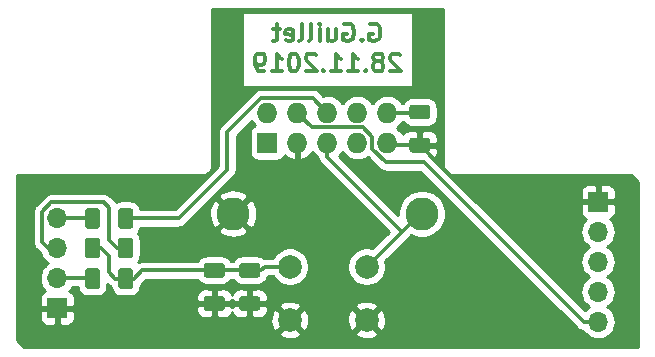
<source format=gbr>
G04 #@! TF.GenerationSoftware,KiCad,Pcbnew,(5.1.4)-1*
G04 #@! TF.CreationDate,2020-01-18T16:32:49+01:00*
G04 #@! TF.ProjectId,project_gtag,70726f6a-6563-4745-9f67-7461672e6b69,V3*
G04 #@! TF.SameCoordinates,PX7735940PY44aa200*
G04 #@! TF.FileFunction,Copper,L2,Bot*
G04 #@! TF.FilePolarity,Positive*
%FSLAX46Y46*%
G04 Gerber Fmt 4.6, Leading zero omitted, Abs format (unit mm)*
G04 Created by KiCad (PCBNEW (5.1.4)-1) date 2020-01-18 16:32:49*
%MOMM*%
%LPD*%
G04 APERTURE LIST*
%ADD10C,0.300000*%
%ADD11C,0.100000*%
%ADD12C,1.250000*%
%ADD13R,1.700000X1.700000*%
%ADD14O,1.700000X1.700000*%
%ADD15C,2.000000*%
%ADD16C,2.800000*%
%ADD17R,1.727200X1.727200*%
%ADD18O,1.727200X1.727200*%
%ADD19C,0.254000*%
G04 APERTURE END LIST*
D10*
X30607142Y-1975000D02*
X30750000Y-1903571D01*
X30964285Y-1903571D01*
X31178571Y-1975000D01*
X31321428Y-2117857D01*
X31392857Y-2260714D01*
X31464285Y-2546428D01*
X31464285Y-2760714D01*
X31392857Y-3046428D01*
X31321428Y-3189285D01*
X31178571Y-3332142D01*
X30964285Y-3403571D01*
X30821428Y-3403571D01*
X30607142Y-3332142D01*
X30535714Y-3260714D01*
X30535714Y-2760714D01*
X30821428Y-2760714D01*
X29892857Y-3260714D02*
X29821428Y-3332142D01*
X29892857Y-3403571D01*
X29964285Y-3332142D01*
X29892857Y-3260714D01*
X29892857Y-3403571D01*
X28392857Y-1975000D02*
X28535714Y-1903571D01*
X28750000Y-1903571D01*
X28964285Y-1975000D01*
X29107142Y-2117857D01*
X29178571Y-2260714D01*
X29250000Y-2546428D01*
X29250000Y-2760714D01*
X29178571Y-3046428D01*
X29107142Y-3189285D01*
X28964285Y-3332142D01*
X28750000Y-3403571D01*
X28607142Y-3403571D01*
X28392857Y-3332142D01*
X28321428Y-3260714D01*
X28321428Y-2760714D01*
X28607142Y-2760714D01*
X27035714Y-2403571D02*
X27035714Y-3403571D01*
X27678571Y-2403571D02*
X27678571Y-3189285D01*
X27607142Y-3332142D01*
X27464285Y-3403571D01*
X27250000Y-3403571D01*
X27107142Y-3332142D01*
X27035714Y-3260714D01*
X26321428Y-3403571D02*
X26321428Y-2403571D01*
X26321428Y-1903571D02*
X26392857Y-1975000D01*
X26321428Y-2046428D01*
X26250000Y-1975000D01*
X26321428Y-1903571D01*
X26321428Y-2046428D01*
X25392857Y-3403571D02*
X25535714Y-3332142D01*
X25607142Y-3189285D01*
X25607142Y-1903571D01*
X24607142Y-3403571D02*
X24750000Y-3332142D01*
X24821428Y-3189285D01*
X24821428Y-1903571D01*
X23464285Y-3332142D02*
X23607142Y-3403571D01*
X23892857Y-3403571D01*
X24035714Y-3332142D01*
X24107142Y-3189285D01*
X24107142Y-2617857D01*
X24035714Y-2475000D01*
X23892857Y-2403571D01*
X23607142Y-2403571D01*
X23464285Y-2475000D01*
X23392857Y-2617857D01*
X23392857Y-2760714D01*
X24107142Y-2903571D01*
X22964285Y-2403571D02*
X22392857Y-2403571D01*
X22750000Y-1903571D02*
X22750000Y-3189285D01*
X22678571Y-3332142D01*
X22535714Y-3403571D01*
X22392857Y-3403571D01*
X33142857Y-4596428D02*
X33071428Y-4525000D01*
X32928571Y-4453571D01*
X32571428Y-4453571D01*
X32428571Y-4525000D01*
X32357142Y-4596428D01*
X32285714Y-4739285D01*
X32285714Y-4882142D01*
X32357142Y-5096428D01*
X33214285Y-5953571D01*
X32285714Y-5953571D01*
X31428571Y-5096428D02*
X31571428Y-5025000D01*
X31642857Y-4953571D01*
X31714285Y-4810714D01*
X31714285Y-4739285D01*
X31642857Y-4596428D01*
X31571428Y-4525000D01*
X31428571Y-4453571D01*
X31142857Y-4453571D01*
X31000000Y-4525000D01*
X30928571Y-4596428D01*
X30857142Y-4739285D01*
X30857142Y-4810714D01*
X30928571Y-4953571D01*
X31000000Y-5025000D01*
X31142857Y-5096428D01*
X31428571Y-5096428D01*
X31571428Y-5167857D01*
X31642857Y-5239285D01*
X31714285Y-5382142D01*
X31714285Y-5667857D01*
X31642857Y-5810714D01*
X31571428Y-5882142D01*
X31428571Y-5953571D01*
X31142857Y-5953571D01*
X31000000Y-5882142D01*
X30928571Y-5810714D01*
X30857142Y-5667857D01*
X30857142Y-5382142D01*
X30928571Y-5239285D01*
X31000000Y-5167857D01*
X31142857Y-5096428D01*
X30214285Y-5810714D02*
X30142857Y-5882142D01*
X30214285Y-5953571D01*
X30285714Y-5882142D01*
X30214285Y-5810714D01*
X30214285Y-5953571D01*
X28714285Y-5953571D02*
X29571428Y-5953571D01*
X29142857Y-5953571D02*
X29142857Y-4453571D01*
X29285714Y-4667857D01*
X29428571Y-4810714D01*
X29571428Y-4882142D01*
X27285714Y-5953571D02*
X28142857Y-5953571D01*
X27714285Y-5953571D02*
X27714285Y-4453571D01*
X27857142Y-4667857D01*
X28000000Y-4810714D01*
X28142857Y-4882142D01*
X26642857Y-5810714D02*
X26571428Y-5882142D01*
X26642857Y-5953571D01*
X26714285Y-5882142D01*
X26642857Y-5810714D01*
X26642857Y-5953571D01*
X26000000Y-4596428D02*
X25928571Y-4525000D01*
X25785714Y-4453571D01*
X25428571Y-4453571D01*
X25285714Y-4525000D01*
X25214285Y-4596428D01*
X25142857Y-4739285D01*
X25142857Y-4882142D01*
X25214285Y-5096428D01*
X26071428Y-5953571D01*
X25142857Y-5953571D01*
X24214285Y-4453571D02*
X24071428Y-4453571D01*
X23928571Y-4525000D01*
X23857142Y-4596428D01*
X23785714Y-4739285D01*
X23714285Y-5025000D01*
X23714285Y-5382142D01*
X23785714Y-5667857D01*
X23857142Y-5810714D01*
X23928571Y-5882142D01*
X24071428Y-5953571D01*
X24214285Y-5953571D01*
X24357142Y-5882142D01*
X24428571Y-5810714D01*
X24500000Y-5667857D01*
X24571428Y-5382142D01*
X24571428Y-5025000D01*
X24500000Y-4739285D01*
X24428571Y-4596428D01*
X24357142Y-4525000D01*
X24214285Y-4453571D01*
X22285714Y-5953571D02*
X23142857Y-5953571D01*
X22714285Y-5953571D02*
X22714285Y-4453571D01*
X22857142Y-4667857D01*
X23000000Y-4810714D01*
X23142857Y-4882142D01*
X21571428Y-5953571D02*
X21285714Y-5953571D01*
X21142857Y-5882142D01*
X21071428Y-5810714D01*
X20928571Y-5596428D01*
X20857142Y-5310714D01*
X20857142Y-4739285D01*
X20928571Y-4596428D01*
X21000000Y-4525000D01*
X21142857Y-4453571D01*
X21428571Y-4453571D01*
X21571428Y-4525000D01*
X21642857Y-4596428D01*
X21714285Y-4739285D01*
X21714285Y-5096428D01*
X21642857Y-5239285D01*
X21571428Y-5310714D01*
X21428571Y-5382142D01*
X21142857Y-5382142D01*
X21000000Y-5310714D01*
X20928571Y-5239285D01*
X20857142Y-5096428D01*
D11*
G36*
X35449504Y-11576204D02*
G01*
X35473773Y-11579804D01*
X35497571Y-11585765D01*
X35520671Y-11594030D01*
X35542849Y-11604520D01*
X35563893Y-11617133D01*
X35583598Y-11631747D01*
X35601777Y-11648223D01*
X35618253Y-11666402D01*
X35632867Y-11686107D01*
X35645480Y-11707151D01*
X35655970Y-11729329D01*
X35664235Y-11752429D01*
X35670196Y-11776227D01*
X35673796Y-11800496D01*
X35675000Y-11825000D01*
X35675000Y-12575000D01*
X35673796Y-12599504D01*
X35670196Y-12623773D01*
X35664235Y-12647571D01*
X35655970Y-12670671D01*
X35645480Y-12692849D01*
X35632867Y-12713893D01*
X35618253Y-12733598D01*
X35601777Y-12751777D01*
X35583598Y-12768253D01*
X35563893Y-12782867D01*
X35542849Y-12795480D01*
X35520671Y-12805970D01*
X35497571Y-12814235D01*
X35473773Y-12820196D01*
X35449504Y-12823796D01*
X35425000Y-12825000D01*
X34175000Y-12825000D01*
X34150496Y-12823796D01*
X34126227Y-12820196D01*
X34102429Y-12814235D01*
X34079329Y-12805970D01*
X34057151Y-12795480D01*
X34036107Y-12782867D01*
X34016402Y-12768253D01*
X33998223Y-12751777D01*
X33981747Y-12733598D01*
X33967133Y-12713893D01*
X33954520Y-12692849D01*
X33944030Y-12670671D01*
X33935765Y-12647571D01*
X33929804Y-12623773D01*
X33926204Y-12599504D01*
X33925000Y-12575000D01*
X33925000Y-11825000D01*
X33926204Y-11800496D01*
X33929804Y-11776227D01*
X33935765Y-11752429D01*
X33944030Y-11729329D01*
X33954520Y-11707151D01*
X33967133Y-11686107D01*
X33981747Y-11666402D01*
X33998223Y-11648223D01*
X34016402Y-11631747D01*
X34036107Y-11617133D01*
X34057151Y-11604520D01*
X34079329Y-11594030D01*
X34102429Y-11585765D01*
X34126227Y-11579804D01*
X34150496Y-11576204D01*
X34175000Y-11575000D01*
X35425000Y-11575000D01*
X35449504Y-11576204D01*
X35449504Y-11576204D01*
G37*
D12*
X34800000Y-12200000D03*
D11*
G36*
X35449504Y-8776204D02*
G01*
X35473773Y-8779804D01*
X35497571Y-8785765D01*
X35520671Y-8794030D01*
X35542849Y-8804520D01*
X35563893Y-8817133D01*
X35583598Y-8831747D01*
X35601777Y-8848223D01*
X35618253Y-8866402D01*
X35632867Y-8886107D01*
X35645480Y-8907151D01*
X35655970Y-8929329D01*
X35664235Y-8952429D01*
X35670196Y-8976227D01*
X35673796Y-9000496D01*
X35675000Y-9025000D01*
X35675000Y-9775000D01*
X35673796Y-9799504D01*
X35670196Y-9823773D01*
X35664235Y-9847571D01*
X35655970Y-9870671D01*
X35645480Y-9892849D01*
X35632867Y-9913893D01*
X35618253Y-9933598D01*
X35601777Y-9951777D01*
X35583598Y-9968253D01*
X35563893Y-9982867D01*
X35542849Y-9995480D01*
X35520671Y-10005970D01*
X35497571Y-10014235D01*
X35473773Y-10020196D01*
X35449504Y-10023796D01*
X35425000Y-10025000D01*
X34175000Y-10025000D01*
X34150496Y-10023796D01*
X34126227Y-10020196D01*
X34102429Y-10014235D01*
X34079329Y-10005970D01*
X34057151Y-9995480D01*
X34036107Y-9982867D01*
X34016402Y-9968253D01*
X33998223Y-9951777D01*
X33981747Y-9933598D01*
X33967133Y-9913893D01*
X33954520Y-9892849D01*
X33944030Y-9870671D01*
X33935765Y-9847571D01*
X33929804Y-9823773D01*
X33926204Y-9799504D01*
X33925000Y-9775000D01*
X33925000Y-9025000D01*
X33926204Y-9000496D01*
X33929804Y-8976227D01*
X33935765Y-8952429D01*
X33944030Y-8929329D01*
X33954520Y-8907151D01*
X33967133Y-8886107D01*
X33981747Y-8866402D01*
X33998223Y-8848223D01*
X34016402Y-8831747D01*
X34036107Y-8817133D01*
X34057151Y-8804520D01*
X34079329Y-8794030D01*
X34102429Y-8785765D01*
X34126227Y-8779804D01*
X34150496Y-8776204D01*
X34175000Y-8775000D01*
X35425000Y-8775000D01*
X35449504Y-8776204D01*
X35449504Y-8776204D01*
G37*
D12*
X34800000Y-9400000D03*
D11*
G36*
X18049504Y-22176204D02*
G01*
X18073773Y-22179804D01*
X18097571Y-22185765D01*
X18120671Y-22194030D01*
X18142849Y-22204520D01*
X18163893Y-22217133D01*
X18183598Y-22231747D01*
X18201777Y-22248223D01*
X18218253Y-22266402D01*
X18232867Y-22286107D01*
X18245480Y-22307151D01*
X18255970Y-22329329D01*
X18264235Y-22352429D01*
X18270196Y-22376227D01*
X18273796Y-22400496D01*
X18275000Y-22425000D01*
X18275000Y-23175000D01*
X18273796Y-23199504D01*
X18270196Y-23223773D01*
X18264235Y-23247571D01*
X18255970Y-23270671D01*
X18245480Y-23292849D01*
X18232867Y-23313893D01*
X18218253Y-23333598D01*
X18201777Y-23351777D01*
X18183598Y-23368253D01*
X18163893Y-23382867D01*
X18142849Y-23395480D01*
X18120671Y-23405970D01*
X18097571Y-23414235D01*
X18073773Y-23420196D01*
X18049504Y-23423796D01*
X18025000Y-23425000D01*
X16775000Y-23425000D01*
X16750496Y-23423796D01*
X16726227Y-23420196D01*
X16702429Y-23414235D01*
X16679329Y-23405970D01*
X16657151Y-23395480D01*
X16636107Y-23382867D01*
X16616402Y-23368253D01*
X16598223Y-23351777D01*
X16581747Y-23333598D01*
X16567133Y-23313893D01*
X16554520Y-23292849D01*
X16544030Y-23270671D01*
X16535765Y-23247571D01*
X16529804Y-23223773D01*
X16526204Y-23199504D01*
X16525000Y-23175000D01*
X16525000Y-22425000D01*
X16526204Y-22400496D01*
X16529804Y-22376227D01*
X16535765Y-22352429D01*
X16544030Y-22329329D01*
X16554520Y-22307151D01*
X16567133Y-22286107D01*
X16581747Y-22266402D01*
X16598223Y-22248223D01*
X16616402Y-22231747D01*
X16636107Y-22217133D01*
X16657151Y-22204520D01*
X16679329Y-22194030D01*
X16702429Y-22185765D01*
X16726227Y-22179804D01*
X16750496Y-22176204D01*
X16775000Y-22175000D01*
X18025000Y-22175000D01*
X18049504Y-22176204D01*
X18049504Y-22176204D01*
G37*
D12*
X17400000Y-22800000D03*
D11*
G36*
X18049504Y-24976204D02*
G01*
X18073773Y-24979804D01*
X18097571Y-24985765D01*
X18120671Y-24994030D01*
X18142849Y-25004520D01*
X18163893Y-25017133D01*
X18183598Y-25031747D01*
X18201777Y-25048223D01*
X18218253Y-25066402D01*
X18232867Y-25086107D01*
X18245480Y-25107151D01*
X18255970Y-25129329D01*
X18264235Y-25152429D01*
X18270196Y-25176227D01*
X18273796Y-25200496D01*
X18275000Y-25225000D01*
X18275000Y-25975000D01*
X18273796Y-25999504D01*
X18270196Y-26023773D01*
X18264235Y-26047571D01*
X18255970Y-26070671D01*
X18245480Y-26092849D01*
X18232867Y-26113893D01*
X18218253Y-26133598D01*
X18201777Y-26151777D01*
X18183598Y-26168253D01*
X18163893Y-26182867D01*
X18142849Y-26195480D01*
X18120671Y-26205970D01*
X18097571Y-26214235D01*
X18073773Y-26220196D01*
X18049504Y-26223796D01*
X18025000Y-26225000D01*
X16775000Y-26225000D01*
X16750496Y-26223796D01*
X16726227Y-26220196D01*
X16702429Y-26214235D01*
X16679329Y-26205970D01*
X16657151Y-26195480D01*
X16636107Y-26182867D01*
X16616402Y-26168253D01*
X16598223Y-26151777D01*
X16581747Y-26133598D01*
X16567133Y-26113893D01*
X16554520Y-26092849D01*
X16544030Y-26070671D01*
X16535765Y-26047571D01*
X16529804Y-26023773D01*
X16526204Y-25999504D01*
X16525000Y-25975000D01*
X16525000Y-25225000D01*
X16526204Y-25200496D01*
X16529804Y-25176227D01*
X16535765Y-25152429D01*
X16544030Y-25129329D01*
X16554520Y-25107151D01*
X16567133Y-25086107D01*
X16581747Y-25066402D01*
X16598223Y-25048223D01*
X16616402Y-25031747D01*
X16636107Y-25017133D01*
X16657151Y-25004520D01*
X16679329Y-24994030D01*
X16702429Y-24985765D01*
X16726227Y-24979804D01*
X16750496Y-24976204D01*
X16775000Y-24975000D01*
X18025000Y-24975000D01*
X18049504Y-24976204D01*
X18049504Y-24976204D01*
G37*
D12*
X17400000Y-25600000D03*
D11*
G36*
X21049504Y-22176204D02*
G01*
X21073773Y-22179804D01*
X21097571Y-22185765D01*
X21120671Y-22194030D01*
X21142849Y-22204520D01*
X21163893Y-22217133D01*
X21183598Y-22231747D01*
X21201777Y-22248223D01*
X21218253Y-22266402D01*
X21232867Y-22286107D01*
X21245480Y-22307151D01*
X21255970Y-22329329D01*
X21264235Y-22352429D01*
X21270196Y-22376227D01*
X21273796Y-22400496D01*
X21275000Y-22425000D01*
X21275000Y-23175000D01*
X21273796Y-23199504D01*
X21270196Y-23223773D01*
X21264235Y-23247571D01*
X21255970Y-23270671D01*
X21245480Y-23292849D01*
X21232867Y-23313893D01*
X21218253Y-23333598D01*
X21201777Y-23351777D01*
X21183598Y-23368253D01*
X21163893Y-23382867D01*
X21142849Y-23395480D01*
X21120671Y-23405970D01*
X21097571Y-23414235D01*
X21073773Y-23420196D01*
X21049504Y-23423796D01*
X21025000Y-23425000D01*
X19775000Y-23425000D01*
X19750496Y-23423796D01*
X19726227Y-23420196D01*
X19702429Y-23414235D01*
X19679329Y-23405970D01*
X19657151Y-23395480D01*
X19636107Y-23382867D01*
X19616402Y-23368253D01*
X19598223Y-23351777D01*
X19581747Y-23333598D01*
X19567133Y-23313893D01*
X19554520Y-23292849D01*
X19544030Y-23270671D01*
X19535765Y-23247571D01*
X19529804Y-23223773D01*
X19526204Y-23199504D01*
X19525000Y-23175000D01*
X19525000Y-22425000D01*
X19526204Y-22400496D01*
X19529804Y-22376227D01*
X19535765Y-22352429D01*
X19544030Y-22329329D01*
X19554520Y-22307151D01*
X19567133Y-22286107D01*
X19581747Y-22266402D01*
X19598223Y-22248223D01*
X19616402Y-22231747D01*
X19636107Y-22217133D01*
X19657151Y-22204520D01*
X19679329Y-22194030D01*
X19702429Y-22185765D01*
X19726227Y-22179804D01*
X19750496Y-22176204D01*
X19775000Y-22175000D01*
X21025000Y-22175000D01*
X21049504Y-22176204D01*
X21049504Y-22176204D01*
G37*
D12*
X20400000Y-22800000D03*
D11*
G36*
X21049504Y-24976204D02*
G01*
X21073773Y-24979804D01*
X21097571Y-24985765D01*
X21120671Y-24994030D01*
X21142849Y-25004520D01*
X21163893Y-25017133D01*
X21183598Y-25031747D01*
X21201777Y-25048223D01*
X21218253Y-25066402D01*
X21232867Y-25086107D01*
X21245480Y-25107151D01*
X21255970Y-25129329D01*
X21264235Y-25152429D01*
X21270196Y-25176227D01*
X21273796Y-25200496D01*
X21275000Y-25225000D01*
X21275000Y-25975000D01*
X21273796Y-25999504D01*
X21270196Y-26023773D01*
X21264235Y-26047571D01*
X21255970Y-26070671D01*
X21245480Y-26092849D01*
X21232867Y-26113893D01*
X21218253Y-26133598D01*
X21201777Y-26151777D01*
X21183598Y-26168253D01*
X21163893Y-26182867D01*
X21142849Y-26195480D01*
X21120671Y-26205970D01*
X21097571Y-26214235D01*
X21073773Y-26220196D01*
X21049504Y-26223796D01*
X21025000Y-26225000D01*
X19775000Y-26225000D01*
X19750496Y-26223796D01*
X19726227Y-26220196D01*
X19702429Y-26214235D01*
X19679329Y-26205970D01*
X19657151Y-26195480D01*
X19636107Y-26182867D01*
X19616402Y-26168253D01*
X19598223Y-26151777D01*
X19581747Y-26133598D01*
X19567133Y-26113893D01*
X19554520Y-26092849D01*
X19544030Y-26070671D01*
X19535765Y-26047571D01*
X19529804Y-26023773D01*
X19526204Y-25999504D01*
X19525000Y-25975000D01*
X19525000Y-25225000D01*
X19526204Y-25200496D01*
X19529804Y-25176227D01*
X19535765Y-25152429D01*
X19544030Y-25129329D01*
X19554520Y-25107151D01*
X19567133Y-25086107D01*
X19581747Y-25066402D01*
X19598223Y-25048223D01*
X19616402Y-25031747D01*
X19636107Y-25017133D01*
X19657151Y-25004520D01*
X19679329Y-24994030D01*
X19702429Y-24985765D01*
X19726227Y-24979804D01*
X19750496Y-24976204D01*
X19775000Y-24975000D01*
X21025000Y-24975000D01*
X21049504Y-24976204D01*
X21049504Y-24976204D01*
G37*
D12*
X20400000Y-25600000D03*
D13*
X49900000Y-17000000D03*
D14*
X49900000Y-19540000D03*
X49900000Y-22080000D03*
X49900000Y-24620000D03*
X49900000Y-27160000D03*
D13*
X4100000Y-26000000D03*
D14*
X4100000Y-23460000D03*
X4100000Y-20920000D03*
X4100000Y-18380000D03*
D11*
G36*
X7499504Y-20026204D02*
G01*
X7523773Y-20029804D01*
X7547571Y-20035765D01*
X7570671Y-20044030D01*
X7592849Y-20054520D01*
X7613893Y-20067133D01*
X7633598Y-20081747D01*
X7651777Y-20098223D01*
X7668253Y-20116402D01*
X7682867Y-20136107D01*
X7695480Y-20157151D01*
X7705970Y-20179329D01*
X7714235Y-20202429D01*
X7720196Y-20226227D01*
X7723796Y-20250496D01*
X7725000Y-20275000D01*
X7725000Y-21525000D01*
X7723796Y-21549504D01*
X7720196Y-21573773D01*
X7714235Y-21597571D01*
X7705970Y-21620671D01*
X7695480Y-21642849D01*
X7682867Y-21663893D01*
X7668253Y-21683598D01*
X7651777Y-21701777D01*
X7633598Y-21718253D01*
X7613893Y-21732867D01*
X7592849Y-21745480D01*
X7570671Y-21755970D01*
X7547571Y-21764235D01*
X7523773Y-21770196D01*
X7499504Y-21773796D01*
X7475000Y-21775000D01*
X6725000Y-21775000D01*
X6700496Y-21773796D01*
X6676227Y-21770196D01*
X6652429Y-21764235D01*
X6629329Y-21755970D01*
X6607151Y-21745480D01*
X6586107Y-21732867D01*
X6566402Y-21718253D01*
X6548223Y-21701777D01*
X6531747Y-21683598D01*
X6517133Y-21663893D01*
X6504520Y-21642849D01*
X6494030Y-21620671D01*
X6485765Y-21597571D01*
X6479804Y-21573773D01*
X6476204Y-21549504D01*
X6475000Y-21525000D01*
X6475000Y-20275000D01*
X6476204Y-20250496D01*
X6479804Y-20226227D01*
X6485765Y-20202429D01*
X6494030Y-20179329D01*
X6504520Y-20157151D01*
X6517133Y-20136107D01*
X6531747Y-20116402D01*
X6548223Y-20098223D01*
X6566402Y-20081747D01*
X6586107Y-20067133D01*
X6607151Y-20054520D01*
X6629329Y-20044030D01*
X6652429Y-20035765D01*
X6676227Y-20029804D01*
X6700496Y-20026204D01*
X6725000Y-20025000D01*
X7475000Y-20025000D01*
X7499504Y-20026204D01*
X7499504Y-20026204D01*
G37*
D12*
X7100000Y-20900000D03*
D11*
G36*
X10299504Y-20026204D02*
G01*
X10323773Y-20029804D01*
X10347571Y-20035765D01*
X10370671Y-20044030D01*
X10392849Y-20054520D01*
X10413893Y-20067133D01*
X10433598Y-20081747D01*
X10451777Y-20098223D01*
X10468253Y-20116402D01*
X10482867Y-20136107D01*
X10495480Y-20157151D01*
X10505970Y-20179329D01*
X10514235Y-20202429D01*
X10520196Y-20226227D01*
X10523796Y-20250496D01*
X10525000Y-20275000D01*
X10525000Y-21525000D01*
X10523796Y-21549504D01*
X10520196Y-21573773D01*
X10514235Y-21597571D01*
X10505970Y-21620671D01*
X10495480Y-21642849D01*
X10482867Y-21663893D01*
X10468253Y-21683598D01*
X10451777Y-21701777D01*
X10433598Y-21718253D01*
X10413893Y-21732867D01*
X10392849Y-21745480D01*
X10370671Y-21755970D01*
X10347571Y-21764235D01*
X10323773Y-21770196D01*
X10299504Y-21773796D01*
X10275000Y-21775000D01*
X9525000Y-21775000D01*
X9500496Y-21773796D01*
X9476227Y-21770196D01*
X9452429Y-21764235D01*
X9429329Y-21755970D01*
X9407151Y-21745480D01*
X9386107Y-21732867D01*
X9366402Y-21718253D01*
X9348223Y-21701777D01*
X9331747Y-21683598D01*
X9317133Y-21663893D01*
X9304520Y-21642849D01*
X9294030Y-21620671D01*
X9285765Y-21597571D01*
X9279804Y-21573773D01*
X9276204Y-21549504D01*
X9275000Y-21525000D01*
X9275000Y-20275000D01*
X9276204Y-20250496D01*
X9279804Y-20226227D01*
X9285765Y-20202429D01*
X9294030Y-20179329D01*
X9304520Y-20157151D01*
X9317133Y-20136107D01*
X9331747Y-20116402D01*
X9348223Y-20098223D01*
X9366402Y-20081747D01*
X9386107Y-20067133D01*
X9407151Y-20054520D01*
X9429329Y-20044030D01*
X9452429Y-20035765D01*
X9476227Y-20029804D01*
X9500496Y-20026204D01*
X9525000Y-20025000D01*
X10275000Y-20025000D01*
X10299504Y-20026204D01*
X10299504Y-20026204D01*
G37*
D12*
X9900000Y-20900000D03*
D11*
G36*
X7499504Y-17526204D02*
G01*
X7523773Y-17529804D01*
X7547571Y-17535765D01*
X7570671Y-17544030D01*
X7592849Y-17554520D01*
X7613893Y-17567133D01*
X7633598Y-17581747D01*
X7651777Y-17598223D01*
X7668253Y-17616402D01*
X7682867Y-17636107D01*
X7695480Y-17657151D01*
X7705970Y-17679329D01*
X7714235Y-17702429D01*
X7720196Y-17726227D01*
X7723796Y-17750496D01*
X7725000Y-17775000D01*
X7725000Y-19025000D01*
X7723796Y-19049504D01*
X7720196Y-19073773D01*
X7714235Y-19097571D01*
X7705970Y-19120671D01*
X7695480Y-19142849D01*
X7682867Y-19163893D01*
X7668253Y-19183598D01*
X7651777Y-19201777D01*
X7633598Y-19218253D01*
X7613893Y-19232867D01*
X7592849Y-19245480D01*
X7570671Y-19255970D01*
X7547571Y-19264235D01*
X7523773Y-19270196D01*
X7499504Y-19273796D01*
X7475000Y-19275000D01*
X6725000Y-19275000D01*
X6700496Y-19273796D01*
X6676227Y-19270196D01*
X6652429Y-19264235D01*
X6629329Y-19255970D01*
X6607151Y-19245480D01*
X6586107Y-19232867D01*
X6566402Y-19218253D01*
X6548223Y-19201777D01*
X6531747Y-19183598D01*
X6517133Y-19163893D01*
X6504520Y-19142849D01*
X6494030Y-19120671D01*
X6485765Y-19097571D01*
X6479804Y-19073773D01*
X6476204Y-19049504D01*
X6475000Y-19025000D01*
X6475000Y-17775000D01*
X6476204Y-17750496D01*
X6479804Y-17726227D01*
X6485765Y-17702429D01*
X6494030Y-17679329D01*
X6504520Y-17657151D01*
X6517133Y-17636107D01*
X6531747Y-17616402D01*
X6548223Y-17598223D01*
X6566402Y-17581747D01*
X6586107Y-17567133D01*
X6607151Y-17554520D01*
X6629329Y-17544030D01*
X6652429Y-17535765D01*
X6676227Y-17529804D01*
X6700496Y-17526204D01*
X6725000Y-17525000D01*
X7475000Y-17525000D01*
X7499504Y-17526204D01*
X7499504Y-17526204D01*
G37*
D12*
X7100000Y-18400000D03*
D11*
G36*
X10299504Y-17526204D02*
G01*
X10323773Y-17529804D01*
X10347571Y-17535765D01*
X10370671Y-17544030D01*
X10392849Y-17554520D01*
X10413893Y-17567133D01*
X10433598Y-17581747D01*
X10451777Y-17598223D01*
X10468253Y-17616402D01*
X10482867Y-17636107D01*
X10495480Y-17657151D01*
X10505970Y-17679329D01*
X10514235Y-17702429D01*
X10520196Y-17726227D01*
X10523796Y-17750496D01*
X10525000Y-17775000D01*
X10525000Y-19025000D01*
X10523796Y-19049504D01*
X10520196Y-19073773D01*
X10514235Y-19097571D01*
X10505970Y-19120671D01*
X10495480Y-19142849D01*
X10482867Y-19163893D01*
X10468253Y-19183598D01*
X10451777Y-19201777D01*
X10433598Y-19218253D01*
X10413893Y-19232867D01*
X10392849Y-19245480D01*
X10370671Y-19255970D01*
X10347571Y-19264235D01*
X10323773Y-19270196D01*
X10299504Y-19273796D01*
X10275000Y-19275000D01*
X9525000Y-19275000D01*
X9500496Y-19273796D01*
X9476227Y-19270196D01*
X9452429Y-19264235D01*
X9429329Y-19255970D01*
X9407151Y-19245480D01*
X9386107Y-19232867D01*
X9366402Y-19218253D01*
X9348223Y-19201777D01*
X9331747Y-19183598D01*
X9317133Y-19163893D01*
X9304520Y-19142849D01*
X9294030Y-19120671D01*
X9285765Y-19097571D01*
X9279804Y-19073773D01*
X9276204Y-19049504D01*
X9275000Y-19025000D01*
X9275000Y-17775000D01*
X9276204Y-17750496D01*
X9279804Y-17726227D01*
X9285765Y-17702429D01*
X9294030Y-17679329D01*
X9304520Y-17657151D01*
X9317133Y-17636107D01*
X9331747Y-17616402D01*
X9348223Y-17598223D01*
X9366402Y-17581747D01*
X9386107Y-17567133D01*
X9407151Y-17554520D01*
X9429329Y-17544030D01*
X9452429Y-17535765D01*
X9476227Y-17529804D01*
X9500496Y-17526204D01*
X9525000Y-17525000D01*
X10275000Y-17525000D01*
X10299504Y-17526204D01*
X10299504Y-17526204D01*
G37*
D12*
X9900000Y-18400000D03*
D11*
G36*
X7499504Y-22626204D02*
G01*
X7523773Y-22629804D01*
X7547571Y-22635765D01*
X7570671Y-22644030D01*
X7592849Y-22654520D01*
X7613893Y-22667133D01*
X7633598Y-22681747D01*
X7651777Y-22698223D01*
X7668253Y-22716402D01*
X7682867Y-22736107D01*
X7695480Y-22757151D01*
X7705970Y-22779329D01*
X7714235Y-22802429D01*
X7720196Y-22826227D01*
X7723796Y-22850496D01*
X7725000Y-22875000D01*
X7725000Y-24125000D01*
X7723796Y-24149504D01*
X7720196Y-24173773D01*
X7714235Y-24197571D01*
X7705970Y-24220671D01*
X7695480Y-24242849D01*
X7682867Y-24263893D01*
X7668253Y-24283598D01*
X7651777Y-24301777D01*
X7633598Y-24318253D01*
X7613893Y-24332867D01*
X7592849Y-24345480D01*
X7570671Y-24355970D01*
X7547571Y-24364235D01*
X7523773Y-24370196D01*
X7499504Y-24373796D01*
X7475000Y-24375000D01*
X6725000Y-24375000D01*
X6700496Y-24373796D01*
X6676227Y-24370196D01*
X6652429Y-24364235D01*
X6629329Y-24355970D01*
X6607151Y-24345480D01*
X6586107Y-24332867D01*
X6566402Y-24318253D01*
X6548223Y-24301777D01*
X6531747Y-24283598D01*
X6517133Y-24263893D01*
X6504520Y-24242849D01*
X6494030Y-24220671D01*
X6485765Y-24197571D01*
X6479804Y-24173773D01*
X6476204Y-24149504D01*
X6475000Y-24125000D01*
X6475000Y-22875000D01*
X6476204Y-22850496D01*
X6479804Y-22826227D01*
X6485765Y-22802429D01*
X6494030Y-22779329D01*
X6504520Y-22757151D01*
X6517133Y-22736107D01*
X6531747Y-22716402D01*
X6548223Y-22698223D01*
X6566402Y-22681747D01*
X6586107Y-22667133D01*
X6607151Y-22654520D01*
X6629329Y-22644030D01*
X6652429Y-22635765D01*
X6676227Y-22629804D01*
X6700496Y-22626204D01*
X6725000Y-22625000D01*
X7475000Y-22625000D01*
X7499504Y-22626204D01*
X7499504Y-22626204D01*
G37*
D12*
X7100000Y-23500000D03*
D11*
G36*
X10299504Y-22626204D02*
G01*
X10323773Y-22629804D01*
X10347571Y-22635765D01*
X10370671Y-22644030D01*
X10392849Y-22654520D01*
X10413893Y-22667133D01*
X10433598Y-22681747D01*
X10451777Y-22698223D01*
X10468253Y-22716402D01*
X10482867Y-22736107D01*
X10495480Y-22757151D01*
X10505970Y-22779329D01*
X10514235Y-22802429D01*
X10520196Y-22826227D01*
X10523796Y-22850496D01*
X10525000Y-22875000D01*
X10525000Y-24125000D01*
X10523796Y-24149504D01*
X10520196Y-24173773D01*
X10514235Y-24197571D01*
X10505970Y-24220671D01*
X10495480Y-24242849D01*
X10482867Y-24263893D01*
X10468253Y-24283598D01*
X10451777Y-24301777D01*
X10433598Y-24318253D01*
X10413893Y-24332867D01*
X10392849Y-24345480D01*
X10370671Y-24355970D01*
X10347571Y-24364235D01*
X10323773Y-24370196D01*
X10299504Y-24373796D01*
X10275000Y-24375000D01*
X9525000Y-24375000D01*
X9500496Y-24373796D01*
X9476227Y-24370196D01*
X9452429Y-24364235D01*
X9429329Y-24355970D01*
X9407151Y-24345480D01*
X9386107Y-24332867D01*
X9366402Y-24318253D01*
X9348223Y-24301777D01*
X9331747Y-24283598D01*
X9317133Y-24263893D01*
X9304520Y-24242849D01*
X9294030Y-24220671D01*
X9285765Y-24197571D01*
X9279804Y-24173773D01*
X9276204Y-24149504D01*
X9275000Y-24125000D01*
X9275000Y-22875000D01*
X9276204Y-22850496D01*
X9279804Y-22826227D01*
X9285765Y-22802429D01*
X9294030Y-22779329D01*
X9304520Y-22757151D01*
X9317133Y-22736107D01*
X9331747Y-22716402D01*
X9348223Y-22698223D01*
X9366402Y-22681747D01*
X9386107Y-22667133D01*
X9407151Y-22654520D01*
X9429329Y-22644030D01*
X9452429Y-22635765D01*
X9476227Y-22629804D01*
X9500496Y-22626204D01*
X9525000Y-22625000D01*
X10275000Y-22625000D01*
X10299504Y-22626204D01*
X10299504Y-22626204D01*
G37*
D12*
X9900000Y-23500000D03*
D15*
X30300000Y-22500000D03*
X30300000Y-27000000D03*
X23800000Y-22500000D03*
X23800000Y-27000000D03*
D16*
X19000000Y-18000000D03*
X35000000Y-18000000D03*
D17*
X21900000Y-12000000D03*
D18*
X21900000Y-9460000D03*
X24440000Y-12000000D03*
X24440000Y-9460000D03*
X26980000Y-12000000D03*
X26980000Y-9460000D03*
X29520000Y-12000000D03*
X29520000Y-9460000D03*
X32060000Y-12000000D03*
X32060000Y-9460000D03*
D10*
X49900000Y-17000000D02*
X39600000Y-17000000D01*
X39600000Y-17000000D02*
X34800000Y-12200000D01*
X24440000Y-12000000D02*
X23820600Y-12000000D01*
X32260000Y-12200000D02*
X32060000Y-12000000D01*
X34800000Y-12200000D02*
X32260000Y-12200000D01*
X32060000Y-9460000D02*
X34740000Y-9460000D01*
X34740000Y-9460000D02*
X34800000Y-9400000D01*
X33270600Y-19529400D02*
X30300000Y-22500000D01*
X35000000Y-18000000D02*
X34800000Y-18000000D01*
X34800000Y-18000000D02*
X33270600Y-19529400D01*
X26980000Y-13238900D02*
X33270600Y-19529400D01*
X26980000Y-12000000D02*
X26980000Y-13238900D01*
X20400000Y-22800000D02*
X17400000Y-22800000D01*
X9030000Y-23500000D02*
X9900000Y-23500000D01*
X8500000Y-22970000D02*
X9030000Y-23500000D01*
X8500000Y-21575000D02*
X8500000Y-22970000D01*
X7825000Y-20900000D02*
X8500000Y-21575000D01*
X7100000Y-20900000D02*
X7825000Y-20900000D01*
X11325000Y-22800000D02*
X17400000Y-22800000D01*
X10625000Y-23500000D02*
X11325000Y-22800000D01*
X9900000Y-23500000D02*
X10625000Y-23500000D01*
X21675000Y-22500000D02*
X23800000Y-22500000D01*
X21375000Y-22800000D02*
X21675000Y-22500000D01*
X20400000Y-22800000D02*
X21375000Y-22800000D01*
X4100000Y-18380000D02*
X7080000Y-18380000D01*
X7080000Y-18380000D02*
X7100000Y-18400000D01*
X25678900Y-10698900D02*
X24440000Y-9460000D01*
X29976700Y-10698900D02*
X25678900Y-10698900D01*
X48674700Y-27160000D02*
X35170300Y-13655600D01*
X49900000Y-27160000D02*
X48674700Y-27160000D01*
X31918900Y-13655600D02*
X30790000Y-12526700D01*
X35170300Y-13655600D02*
X31918900Y-13655600D01*
X30790000Y-12526700D02*
X30790000Y-11512200D01*
X30790000Y-11512200D02*
X29976700Y-10698900D01*
X25731900Y-8211900D02*
X26980000Y-9460000D01*
X21391100Y-8211900D02*
X25731900Y-8211900D01*
X18501500Y-11101500D02*
X21391100Y-8211900D01*
X18501500Y-14278500D02*
X18501500Y-11101500D01*
X14380000Y-18400000D02*
X18501500Y-14278500D01*
X9900000Y-18400000D02*
X14380000Y-18400000D01*
X2832900Y-20442900D02*
X3310000Y-20920000D01*
X2832900Y-17832100D02*
X2832900Y-20442900D01*
X9175000Y-20900000D02*
X8530000Y-20255000D01*
X8530000Y-17550000D02*
X8032400Y-17052400D01*
X3310000Y-20920000D02*
X4100000Y-20920000D01*
X8032400Y-17052400D02*
X3612600Y-17052400D01*
X9900000Y-20900000D02*
X9175000Y-20900000D01*
X8530000Y-20255000D02*
X8530000Y-17550000D01*
X3612600Y-17052400D02*
X2832900Y-17832100D01*
X4100000Y-23460000D02*
X7060000Y-23460000D01*
X7060000Y-23460000D02*
X7100000Y-23500000D01*
D19*
G36*
X36790000Y-1034876D02*
G01*
X36790001Y-1034886D01*
X36790000Y-13965123D01*
X36786565Y-14000000D01*
X36800273Y-14139184D01*
X36816050Y-14191193D01*
X35997497Y-13372640D01*
X36029494Y-13355537D01*
X36126185Y-13276185D01*
X36205537Y-13179494D01*
X36264502Y-13069180D01*
X36300812Y-12949482D01*
X36313072Y-12825000D01*
X36310000Y-12485750D01*
X36151250Y-12327000D01*
X34927000Y-12327000D01*
X34927000Y-12347000D01*
X34673000Y-12347000D01*
X34673000Y-12327000D01*
X34653000Y-12327000D01*
X34653000Y-12073000D01*
X34673000Y-12073000D01*
X34673000Y-11098750D01*
X34927000Y-11098750D01*
X34927000Y-12073000D01*
X36151250Y-12073000D01*
X36310000Y-11914250D01*
X36313072Y-11575000D01*
X36300812Y-11450518D01*
X36264502Y-11330820D01*
X36205537Y-11220506D01*
X36126185Y-11123815D01*
X36029494Y-11044463D01*
X35919180Y-10985498D01*
X35799482Y-10949188D01*
X35675000Y-10936928D01*
X35085750Y-10940000D01*
X34927000Y-11098750D01*
X34673000Y-11098750D01*
X34514250Y-10940000D01*
X33925000Y-10936928D01*
X33800518Y-10949188D01*
X33680820Y-10985498D01*
X33570506Y-11044463D01*
X33473815Y-11123815D01*
X33394463Y-11220506D01*
X33364717Y-11276156D01*
X33266817Y-11111512D01*
X33070293Y-10893146D01*
X32856567Y-10733470D01*
X32896606Y-10712069D01*
X33124797Y-10524797D01*
X33312069Y-10296606D01*
X33339653Y-10245000D01*
X33424095Y-10245000D01*
X33436595Y-10268386D01*
X33547038Y-10402962D01*
X33681614Y-10513405D01*
X33835150Y-10595472D01*
X34001746Y-10646008D01*
X34175000Y-10663072D01*
X35425000Y-10663072D01*
X35598254Y-10646008D01*
X35764850Y-10595472D01*
X35918386Y-10513405D01*
X36052962Y-10402962D01*
X36163405Y-10268386D01*
X36245472Y-10114850D01*
X36296008Y-9948254D01*
X36313072Y-9775000D01*
X36313072Y-9025000D01*
X36296008Y-8851746D01*
X36245472Y-8685150D01*
X36163405Y-8531614D01*
X36052962Y-8397038D01*
X35918386Y-8286595D01*
X35764850Y-8204528D01*
X35598254Y-8153992D01*
X35425000Y-8136928D01*
X34175000Y-8136928D01*
X34001746Y-8153992D01*
X33835150Y-8204528D01*
X33681614Y-8286595D01*
X33547038Y-8397038D01*
X33436595Y-8531614D01*
X33359953Y-8675000D01*
X33339653Y-8675000D01*
X33312069Y-8623394D01*
X33124797Y-8395203D01*
X32896606Y-8207931D01*
X32636264Y-8068775D01*
X32353777Y-7983084D01*
X32133619Y-7961400D01*
X31986381Y-7961400D01*
X31766223Y-7983084D01*
X31483736Y-8068775D01*
X31223394Y-8207931D01*
X30995203Y-8395203D01*
X30807931Y-8623394D01*
X30790000Y-8656940D01*
X30772069Y-8623394D01*
X30584797Y-8395203D01*
X30356606Y-8207931D01*
X30096264Y-8068775D01*
X29813777Y-7983084D01*
X29593619Y-7961400D01*
X29446381Y-7961400D01*
X29226223Y-7983084D01*
X28943736Y-8068775D01*
X28683394Y-8207931D01*
X28455203Y-8395203D01*
X28267931Y-8623394D01*
X28250000Y-8656940D01*
X28232069Y-8623394D01*
X28044797Y-8395203D01*
X27816606Y-8207931D01*
X27556264Y-8068775D01*
X27273777Y-7983084D01*
X27053619Y-7961400D01*
X26906381Y-7961400D01*
X26686223Y-7983084D01*
X26630227Y-8000070D01*
X26314247Y-7684090D01*
X26289664Y-7654136D01*
X26170133Y-7556038D01*
X26033760Y-7483146D01*
X25885787Y-7438259D01*
X25770461Y-7426900D01*
X25770453Y-7426900D01*
X25731900Y-7423103D01*
X25693347Y-7426900D01*
X21429656Y-7426900D01*
X21391100Y-7423103D01*
X21352544Y-7426900D01*
X21352539Y-7426900D01*
X21312126Y-7430880D01*
X21237213Y-7438258D01*
X21089240Y-7483146D01*
X20952867Y-7556038D01*
X20833336Y-7654136D01*
X20808753Y-7684090D01*
X17973685Y-10519158D01*
X17943737Y-10543736D01*
X17919159Y-10573684D01*
X17919155Y-10573688D01*
X17892750Y-10605863D01*
X17845639Y-10663267D01*
X17833908Y-10685215D01*
X17772746Y-10799641D01*
X17727859Y-10947614D01*
X17712703Y-11101500D01*
X17716501Y-11140063D01*
X17716500Y-13953342D01*
X14054843Y-17615000D01*
X11147313Y-17615000D01*
X11146008Y-17601746D01*
X11095472Y-17435150D01*
X11013405Y-17281614D01*
X10902962Y-17147038D01*
X10768386Y-17036595D01*
X10614850Y-16954528D01*
X10448254Y-16903992D01*
X10275000Y-16886928D01*
X9525000Y-16886928D01*
X9351746Y-16903992D01*
X9185150Y-16954528D01*
X9095948Y-17002208D01*
X9087764Y-16992236D01*
X9057805Y-16967649D01*
X8614747Y-16524590D01*
X8590164Y-16494636D01*
X8470633Y-16396538D01*
X8334260Y-16323646D01*
X8186287Y-16278759D01*
X8070961Y-16267400D01*
X8070953Y-16267400D01*
X8032400Y-16263603D01*
X7993847Y-16267400D01*
X3651152Y-16267400D01*
X3612599Y-16263603D01*
X3574046Y-16267400D01*
X3574039Y-16267400D01*
X3473090Y-16277343D01*
X3458712Y-16278759D01*
X3424272Y-16289206D01*
X3310740Y-16323646D01*
X3174367Y-16396538D01*
X3114159Y-16445950D01*
X3084787Y-16470055D01*
X3084784Y-16470058D01*
X3054836Y-16494636D01*
X3030257Y-16524585D01*
X2305089Y-17249753D01*
X2275136Y-17274336D01*
X2177038Y-17393868D01*
X2104146Y-17530241D01*
X2059259Y-17678214D01*
X2047900Y-17793540D01*
X2047900Y-17793547D01*
X2044103Y-17832100D01*
X2047900Y-17870653D01*
X2047901Y-20404337D01*
X2044103Y-20442900D01*
X2059259Y-20596786D01*
X2104146Y-20744759D01*
X2115560Y-20766113D01*
X2177039Y-20881133D01*
X2208936Y-20919999D01*
X2250555Y-20970712D01*
X2250559Y-20970716D01*
X2275137Y-21000664D01*
X2305085Y-21025242D01*
X2699857Y-21420014D01*
X2721401Y-21491034D01*
X2859294Y-21749014D01*
X3044866Y-21975134D01*
X3270986Y-22160706D01*
X3325791Y-22190000D01*
X3270986Y-22219294D01*
X3044866Y-22404866D01*
X2859294Y-22630986D01*
X2721401Y-22888966D01*
X2636487Y-23168889D01*
X2607815Y-23460000D01*
X2636487Y-23751111D01*
X2721401Y-24031034D01*
X2859294Y-24289014D01*
X3044866Y-24515134D01*
X3074687Y-24539607D01*
X3005820Y-24560498D01*
X2895506Y-24619463D01*
X2798815Y-24698815D01*
X2719463Y-24795506D01*
X2660498Y-24905820D01*
X2624188Y-25025518D01*
X2611928Y-25150000D01*
X2615000Y-25714250D01*
X2773750Y-25873000D01*
X3973000Y-25873000D01*
X3973000Y-25853000D01*
X4227000Y-25853000D01*
X4227000Y-25873000D01*
X5426250Y-25873000D01*
X5585000Y-25714250D01*
X5588072Y-25150000D01*
X5575812Y-25025518D01*
X5539502Y-24905820D01*
X5480537Y-24795506D01*
X5401185Y-24698815D01*
X5304494Y-24619463D01*
X5194180Y-24560498D01*
X5125313Y-24539607D01*
X5155134Y-24515134D01*
X5340706Y-24289014D01*
X5364232Y-24245000D01*
X5848747Y-24245000D01*
X5853992Y-24298254D01*
X5904528Y-24464850D01*
X5986595Y-24618386D01*
X6097038Y-24752962D01*
X6231614Y-24863405D01*
X6385150Y-24945472D01*
X6551746Y-24996008D01*
X6725000Y-25013072D01*
X7475000Y-25013072D01*
X7648254Y-24996008D01*
X7814850Y-24945472D01*
X7968386Y-24863405D01*
X8102962Y-24752962D01*
X8213405Y-24618386D01*
X8295472Y-24464850D01*
X8346008Y-24298254D01*
X8363072Y-24125000D01*
X8363072Y-23943230D01*
X8447657Y-24027815D01*
X8472236Y-24057764D01*
X8502184Y-24082342D01*
X8502187Y-24082345D01*
X8531559Y-24106450D01*
X8591767Y-24155862D01*
X8642646Y-24183057D01*
X8653992Y-24298254D01*
X8704528Y-24464850D01*
X8786595Y-24618386D01*
X8897038Y-24752962D01*
X9031614Y-24863405D01*
X9185150Y-24945472D01*
X9351746Y-24996008D01*
X9525000Y-25013072D01*
X10275000Y-25013072D01*
X10448254Y-24996008D01*
X10517508Y-24975000D01*
X15886928Y-24975000D01*
X15890000Y-25314250D01*
X16048750Y-25473000D01*
X17273000Y-25473000D01*
X17273000Y-24498750D01*
X17527000Y-24498750D01*
X17527000Y-25473000D01*
X18751250Y-25473000D01*
X18900000Y-25324250D01*
X19048750Y-25473000D01*
X20273000Y-25473000D01*
X20273000Y-24498750D01*
X20527000Y-24498750D01*
X20527000Y-25473000D01*
X21751250Y-25473000D01*
X21910000Y-25314250D01*
X21913072Y-24975000D01*
X21900812Y-24850518D01*
X21864502Y-24730820D01*
X21805537Y-24620506D01*
X21726185Y-24523815D01*
X21629494Y-24444463D01*
X21519180Y-24385498D01*
X21399482Y-24349188D01*
X21275000Y-24336928D01*
X20685750Y-24340000D01*
X20527000Y-24498750D01*
X20273000Y-24498750D01*
X20114250Y-24340000D01*
X19525000Y-24336928D01*
X19400518Y-24349188D01*
X19280820Y-24385498D01*
X19170506Y-24444463D01*
X19073815Y-24523815D01*
X18994463Y-24620506D01*
X18935498Y-24730820D01*
X18900000Y-24847841D01*
X18864502Y-24730820D01*
X18805537Y-24620506D01*
X18726185Y-24523815D01*
X18629494Y-24444463D01*
X18519180Y-24385498D01*
X18399482Y-24349188D01*
X18275000Y-24336928D01*
X17685750Y-24340000D01*
X17527000Y-24498750D01*
X17273000Y-24498750D01*
X17114250Y-24340000D01*
X16525000Y-24336928D01*
X16400518Y-24349188D01*
X16280820Y-24385498D01*
X16170506Y-24444463D01*
X16073815Y-24523815D01*
X15994463Y-24620506D01*
X15935498Y-24730820D01*
X15899188Y-24850518D01*
X15886928Y-24975000D01*
X10517508Y-24975000D01*
X10614850Y-24945472D01*
X10768386Y-24863405D01*
X10902962Y-24752962D01*
X11013405Y-24618386D01*
X11095472Y-24464850D01*
X11146008Y-24298254D01*
X11163072Y-24125000D01*
X11163072Y-24073925D01*
X11182764Y-24057764D01*
X11207347Y-24027811D01*
X11650158Y-23585000D01*
X15992024Y-23585000D01*
X16036595Y-23668386D01*
X16147038Y-23802962D01*
X16281614Y-23913405D01*
X16435150Y-23995472D01*
X16601746Y-24046008D01*
X16775000Y-24063072D01*
X18025000Y-24063072D01*
X18198254Y-24046008D01*
X18364850Y-23995472D01*
X18518386Y-23913405D01*
X18652962Y-23802962D01*
X18763405Y-23668386D01*
X18807976Y-23585000D01*
X18992024Y-23585000D01*
X19036595Y-23668386D01*
X19147038Y-23802962D01*
X19281614Y-23913405D01*
X19435150Y-23995472D01*
X19601746Y-24046008D01*
X19775000Y-24063072D01*
X21025000Y-24063072D01*
X21198254Y-24046008D01*
X21364850Y-23995472D01*
X21518386Y-23913405D01*
X21652962Y-23802962D01*
X21763405Y-23668386D01*
X21845472Y-23514850D01*
X21879983Y-23401081D01*
X21932764Y-23357764D01*
X21957347Y-23327810D01*
X22000157Y-23285000D01*
X22358123Y-23285000D01*
X22530013Y-23542252D01*
X22757748Y-23769987D01*
X23025537Y-23948918D01*
X23323088Y-24072168D01*
X23638967Y-24135000D01*
X23961033Y-24135000D01*
X24276912Y-24072168D01*
X24574463Y-23948918D01*
X24842252Y-23769987D01*
X25069987Y-23542252D01*
X25248918Y-23274463D01*
X25372168Y-22976912D01*
X25435000Y-22661033D01*
X25435000Y-22338967D01*
X25372168Y-22023088D01*
X25248918Y-21725537D01*
X25069987Y-21457748D01*
X24842252Y-21230013D01*
X24574463Y-21051082D01*
X24276912Y-20927832D01*
X23961033Y-20865000D01*
X23638967Y-20865000D01*
X23323088Y-20927832D01*
X23025537Y-21051082D01*
X22757748Y-21230013D01*
X22530013Y-21457748D01*
X22358123Y-21715000D01*
X21713552Y-21715000D01*
X21674999Y-21711203D01*
X21636446Y-21715000D01*
X21636439Y-21715000D01*
X21561939Y-21722338D01*
X21518386Y-21686595D01*
X21364850Y-21604528D01*
X21198254Y-21553992D01*
X21025000Y-21536928D01*
X19775000Y-21536928D01*
X19601746Y-21553992D01*
X19435150Y-21604528D01*
X19281614Y-21686595D01*
X19147038Y-21797038D01*
X19036595Y-21931614D01*
X18992024Y-22015000D01*
X18807976Y-22015000D01*
X18763405Y-21931614D01*
X18652962Y-21797038D01*
X18518386Y-21686595D01*
X18364850Y-21604528D01*
X18198254Y-21553992D01*
X18025000Y-21536928D01*
X16775000Y-21536928D01*
X16601746Y-21553992D01*
X16435150Y-21604528D01*
X16281614Y-21686595D01*
X16147038Y-21797038D01*
X16036595Y-21931614D01*
X15992024Y-22015000D01*
X11363552Y-22015000D01*
X11324999Y-22011203D01*
X11286446Y-22015000D01*
X11286439Y-22015000D01*
X11185490Y-22024943D01*
X11171112Y-22026359D01*
X11136672Y-22036806D01*
X11023140Y-22071246D01*
X10928518Y-22121822D01*
X11013405Y-22018386D01*
X11095472Y-21864850D01*
X11146008Y-21698254D01*
X11163072Y-21525000D01*
X11163072Y-20275000D01*
X11146008Y-20101746D01*
X11095472Y-19935150D01*
X11013405Y-19781614D01*
X10905393Y-19650000D01*
X11013405Y-19518386D01*
X11065754Y-19420447D01*
X17759158Y-19420447D01*
X17903135Y-19725770D01*
X18260892Y-19906597D01*
X18647053Y-20014155D01*
X19046777Y-20044310D01*
X19444704Y-19995904D01*
X19825540Y-19870795D01*
X20096865Y-19725770D01*
X20240842Y-19420447D01*
X19000000Y-18179605D01*
X17759158Y-19420447D01*
X11065754Y-19420447D01*
X11095472Y-19364850D01*
X11146008Y-19198254D01*
X11147313Y-19185000D01*
X14341447Y-19185000D01*
X14380000Y-19188797D01*
X14418553Y-19185000D01*
X14418561Y-19185000D01*
X14533887Y-19173641D01*
X14681860Y-19128754D01*
X14818233Y-19055862D01*
X14937764Y-18957764D01*
X14962347Y-18927810D01*
X15843380Y-18046777D01*
X16955690Y-18046777D01*
X17004096Y-18444704D01*
X17129205Y-18825540D01*
X17274230Y-19096865D01*
X17579553Y-19240842D01*
X18820395Y-18000000D01*
X19179605Y-18000000D01*
X20420447Y-19240842D01*
X20725770Y-19096865D01*
X20906597Y-18739108D01*
X21014155Y-18352947D01*
X21044310Y-17953223D01*
X20995904Y-17555296D01*
X20870795Y-17174460D01*
X20725770Y-16903135D01*
X20420447Y-16759158D01*
X19179605Y-18000000D01*
X18820395Y-18000000D01*
X17579553Y-16759158D01*
X17274230Y-16903135D01*
X17093403Y-17260892D01*
X16985845Y-17647053D01*
X16955690Y-18046777D01*
X15843380Y-18046777D01*
X17310604Y-16579553D01*
X17759158Y-16579553D01*
X19000000Y-17820395D01*
X20240842Y-16579553D01*
X20096865Y-16274230D01*
X19739108Y-16093403D01*
X19352947Y-15985845D01*
X18953223Y-15955690D01*
X18555296Y-16004096D01*
X18174460Y-16129205D01*
X17903135Y-16274230D01*
X17759158Y-16579553D01*
X17310604Y-16579553D01*
X19029317Y-14860841D01*
X19059264Y-14836264D01*
X19157362Y-14716733D01*
X19230254Y-14580360D01*
X19230254Y-14580359D01*
X19275141Y-14432388D01*
X19279872Y-14384354D01*
X19286500Y-14317061D01*
X19286500Y-14317054D01*
X19290297Y-14278501D01*
X19286500Y-14239948D01*
X19286500Y-11426657D01*
X20570683Y-10142474D01*
X20693183Y-10348488D01*
X20854692Y-10527947D01*
X20792220Y-10546898D01*
X20681906Y-10605863D01*
X20585215Y-10685215D01*
X20505863Y-10781906D01*
X20446898Y-10892220D01*
X20410588Y-11011918D01*
X20398328Y-11136400D01*
X20398328Y-12863600D01*
X20410588Y-12988082D01*
X20446898Y-13107780D01*
X20505863Y-13218094D01*
X20585215Y-13314785D01*
X20681906Y-13394137D01*
X20792220Y-13453102D01*
X20911918Y-13489412D01*
X21036400Y-13501672D01*
X22763600Y-13501672D01*
X22888082Y-13489412D01*
X23007780Y-13453102D01*
X23118094Y-13394137D01*
X23214785Y-13314785D01*
X23294137Y-13218094D01*
X23353102Y-13107780D01*
X23372624Y-13043426D01*
X23429707Y-13106854D01*
X23665056Y-13282684D01*
X23930186Y-13409222D01*
X24080974Y-13454958D01*
X24313000Y-13333817D01*
X24313000Y-12127000D01*
X24293000Y-12127000D01*
X24293000Y-11873000D01*
X24313000Y-11873000D01*
X24313000Y-11853000D01*
X24567000Y-11853000D01*
X24567000Y-11873000D01*
X24587000Y-11873000D01*
X24587000Y-12127000D01*
X24567000Y-12127000D01*
X24567000Y-13333817D01*
X24799026Y-13454958D01*
X24949814Y-13409222D01*
X25214944Y-13282684D01*
X25450293Y-13106854D01*
X25646817Y-12888488D01*
X25704137Y-12792090D01*
X25727931Y-12836606D01*
X25915203Y-13064797D01*
X26143394Y-13252069D01*
X26195228Y-13279775D01*
X26206360Y-13392793D01*
X26251249Y-13540765D01*
X26256050Y-13549746D01*
X26324139Y-13677133D01*
X26422237Y-13796664D01*
X26452190Y-13821246D01*
X32160438Y-19529405D01*
X30764483Y-20925360D01*
X30461033Y-20865000D01*
X30138967Y-20865000D01*
X29823088Y-20927832D01*
X29525537Y-21051082D01*
X29257748Y-21230013D01*
X29030013Y-21457748D01*
X28851082Y-21725537D01*
X28727832Y-22023088D01*
X28665000Y-22338967D01*
X28665000Y-22661033D01*
X28727832Y-22976912D01*
X28851082Y-23274463D01*
X29030013Y-23542252D01*
X29257748Y-23769987D01*
X29525537Y-23948918D01*
X29823088Y-24072168D01*
X30138967Y-24135000D01*
X30461033Y-24135000D01*
X30776912Y-24072168D01*
X31074463Y-23948918D01*
X31342252Y-23769987D01*
X31569987Y-23542252D01*
X31748918Y-23274463D01*
X31872168Y-22976912D01*
X31935000Y-22661033D01*
X31935000Y-22338967D01*
X31874640Y-22035517D01*
X33798420Y-20111737D01*
X33828368Y-20087159D01*
X33852941Y-20057216D01*
X34086057Y-19824100D01*
X34406413Y-19956796D01*
X34799570Y-20035000D01*
X35200430Y-20035000D01*
X35593587Y-19956796D01*
X35963934Y-19803393D01*
X36297237Y-19580687D01*
X36580687Y-19297237D01*
X36803393Y-18963934D01*
X36956796Y-18593587D01*
X37035000Y-18200430D01*
X37035000Y-17799570D01*
X36956796Y-17406413D01*
X36803393Y-17036066D01*
X36580687Y-16702763D01*
X36297237Y-16419313D01*
X35963934Y-16196607D01*
X35593587Y-16043204D01*
X35200430Y-15965000D01*
X34799570Y-15965000D01*
X34406413Y-16043204D01*
X34036066Y-16196607D01*
X33702763Y-16419313D01*
X33419313Y-16702763D01*
X33196607Y-17036066D01*
X33043204Y-17406413D01*
X32965000Y-17799570D01*
X32965000Y-18113656D01*
X27974089Y-13122826D01*
X28044797Y-13064797D01*
X28232069Y-12836606D01*
X28250000Y-12803060D01*
X28267931Y-12836606D01*
X28455203Y-13064797D01*
X28683394Y-13252069D01*
X28943736Y-13391225D01*
X29226223Y-13476916D01*
X29446381Y-13498600D01*
X29593619Y-13498600D01*
X29813777Y-13476916D01*
X30096264Y-13391225D01*
X30356606Y-13252069D01*
X30383303Y-13230160D01*
X31336553Y-14183410D01*
X31361136Y-14213364D01*
X31480667Y-14311462D01*
X31617040Y-14384354D01*
X31765013Y-14429242D01*
X31839926Y-14436620D01*
X31880339Y-14440600D01*
X31880344Y-14440600D01*
X31918900Y-14444397D01*
X31957456Y-14440600D01*
X34845143Y-14440600D01*
X48092353Y-27687810D01*
X48116936Y-27717764D01*
X48236467Y-27815862D01*
X48372840Y-27888754D01*
X48520813Y-27933642D01*
X48595726Y-27941020D01*
X48635747Y-27944961D01*
X48659294Y-27989014D01*
X48844866Y-28215134D01*
X49070986Y-28400706D01*
X49328966Y-28538599D01*
X49608889Y-28623513D01*
X49827050Y-28645000D01*
X49972950Y-28645000D01*
X50191111Y-28623513D01*
X50471034Y-28538599D01*
X50729014Y-28400706D01*
X50955134Y-28215134D01*
X51140706Y-27989014D01*
X51278599Y-27731034D01*
X51363513Y-27451111D01*
X51392185Y-27160000D01*
X51363513Y-26868889D01*
X51278599Y-26588966D01*
X51140706Y-26330986D01*
X50955134Y-26104866D01*
X50729014Y-25919294D01*
X50674209Y-25890000D01*
X50729014Y-25860706D01*
X50955134Y-25675134D01*
X51140706Y-25449014D01*
X51278599Y-25191034D01*
X51363513Y-24911111D01*
X51392185Y-24620000D01*
X51363513Y-24328889D01*
X51278599Y-24048966D01*
X51140706Y-23790986D01*
X50955134Y-23564866D01*
X50729014Y-23379294D01*
X50674209Y-23350000D01*
X50729014Y-23320706D01*
X50955134Y-23135134D01*
X51140706Y-22909014D01*
X51278599Y-22651034D01*
X51363513Y-22371111D01*
X51392185Y-22080000D01*
X51363513Y-21788889D01*
X51278599Y-21508966D01*
X51140706Y-21250986D01*
X50955134Y-21024866D01*
X50729014Y-20839294D01*
X50674209Y-20810000D01*
X50729014Y-20780706D01*
X50955134Y-20595134D01*
X51140706Y-20369014D01*
X51278599Y-20111034D01*
X51363513Y-19831111D01*
X51392185Y-19540000D01*
X51363513Y-19248889D01*
X51278599Y-18968966D01*
X51140706Y-18710986D01*
X50955134Y-18484866D01*
X50925313Y-18460393D01*
X50994180Y-18439502D01*
X51104494Y-18380537D01*
X51201185Y-18301185D01*
X51280537Y-18204494D01*
X51339502Y-18094180D01*
X51375812Y-17974482D01*
X51388072Y-17850000D01*
X51385000Y-17285750D01*
X51226250Y-17127000D01*
X50027000Y-17127000D01*
X50027000Y-17147000D01*
X49773000Y-17147000D01*
X49773000Y-17127000D01*
X48573750Y-17127000D01*
X48415000Y-17285750D01*
X48411928Y-17850000D01*
X48424188Y-17974482D01*
X48460498Y-18094180D01*
X48519463Y-18204494D01*
X48598815Y-18301185D01*
X48695506Y-18380537D01*
X48805820Y-18439502D01*
X48874687Y-18460393D01*
X48844866Y-18484866D01*
X48659294Y-18710986D01*
X48521401Y-18968966D01*
X48436487Y-19248889D01*
X48407815Y-19540000D01*
X48436487Y-19831111D01*
X48521401Y-20111034D01*
X48659294Y-20369014D01*
X48844866Y-20595134D01*
X49070986Y-20780706D01*
X49125791Y-20810000D01*
X49070986Y-20839294D01*
X48844866Y-21024866D01*
X48659294Y-21250986D01*
X48521401Y-21508966D01*
X48436487Y-21788889D01*
X48407815Y-22080000D01*
X48436487Y-22371111D01*
X48521401Y-22651034D01*
X48659294Y-22909014D01*
X48844866Y-23135134D01*
X49070986Y-23320706D01*
X49125791Y-23350000D01*
X49070986Y-23379294D01*
X48844866Y-23564866D01*
X48659294Y-23790986D01*
X48521401Y-24048966D01*
X48436487Y-24328889D01*
X48407815Y-24620000D01*
X48436487Y-24911111D01*
X48521401Y-25191034D01*
X48659294Y-25449014D01*
X48844866Y-25675134D01*
X49070986Y-25860706D01*
X49125791Y-25890000D01*
X49070986Y-25919294D01*
X48844866Y-26104866D01*
X48792965Y-26168108D01*
X38774857Y-16150000D01*
X48411928Y-16150000D01*
X48415000Y-16714250D01*
X48573750Y-16873000D01*
X49773000Y-16873000D01*
X49773000Y-15673750D01*
X50027000Y-15673750D01*
X50027000Y-16873000D01*
X51226250Y-16873000D01*
X51385000Y-16714250D01*
X51388072Y-16150000D01*
X51375812Y-16025518D01*
X51339502Y-15905820D01*
X51280537Y-15795506D01*
X51201185Y-15698815D01*
X51104494Y-15619463D01*
X50994180Y-15560498D01*
X50874482Y-15524188D01*
X50750000Y-15511928D01*
X50185750Y-15515000D01*
X50027000Y-15673750D01*
X49773000Y-15673750D01*
X49614250Y-15515000D01*
X49050000Y-15511928D01*
X48925518Y-15524188D01*
X48805820Y-15560498D01*
X48695506Y-15619463D01*
X48598815Y-15698815D01*
X48519463Y-15795506D01*
X48460498Y-15905820D01*
X48424188Y-16025518D01*
X48411928Y-16150000D01*
X38774857Y-16150000D01*
X37308807Y-14683950D01*
X37360816Y-14699727D01*
X37500000Y-14713435D01*
X37534877Y-14710000D01*
X52705909Y-14710000D01*
X53290000Y-15294091D01*
X53290001Y-29290000D01*
X1294091Y-29290000D01*
X710000Y-28705909D01*
X710000Y-28135413D01*
X22844192Y-28135413D01*
X22939956Y-28399814D01*
X23229571Y-28540704D01*
X23541108Y-28622384D01*
X23862595Y-28641718D01*
X24181675Y-28597961D01*
X24486088Y-28492795D01*
X24660044Y-28399814D01*
X24755808Y-28135413D01*
X29344192Y-28135413D01*
X29439956Y-28399814D01*
X29729571Y-28540704D01*
X30041108Y-28622384D01*
X30362595Y-28641718D01*
X30681675Y-28597961D01*
X30986088Y-28492795D01*
X31160044Y-28399814D01*
X31255808Y-28135413D01*
X30300000Y-27179605D01*
X29344192Y-28135413D01*
X24755808Y-28135413D01*
X23800000Y-27179605D01*
X22844192Y-28135413D01*
X710000Y-28135413D01*
X710000Y-26850000D01*
X2611928Y-26850000D01*
X2624188Y-26974482D01*
X2660498Y-27094180D01*
X2719463Y-27204494D01*
X2798815Y-27301185D01*
X2895506Y-27380537D01*
X3005820Y-27439502D01*
X3125518Y-27475812D01*
X3250000Y-27488072D01*
X3814250Y-27485000D01*
X3973000Y-27326250D01*
X3973000Y-26127000D01*
X4227000Y-26127000D01*
X4227000Y-27326250D01*
X4385750Y-27485000D01*
X4950000Y-27488072D01*
X5074482Y-27475812D01*
X5194180Y-27439502D01*
X5304494Y-27380537D01*
X5401185Y-27301185D01*
X5480537Y-27204494D01*
X5539502Y-27094180D01*
X5549083Y-27062595D01*
X22158282Y-27062595D01*
X22202039Y-27381675D01*
X22307205Y-27686088D01*
X22400186Y-27860044D01*
X22664587Y-27955808D01*
X23620395Y-27000000D01*
X23979605Y-27000000D01*
X24935413Y-27955808D01*
X25199814Y-27860044D01*
X25340704Y-27570429D01*
X25422384Y-27258892D01*
X25434189Y-27062595D01*
X28658282Y-27062595D01*
X28702039Y-27381675D01*
X28807205Y-27686088D01*
X28900186Y-27860044D01*
X29164587Y-27955808D01*
X30120395Y-27000000D01*
X30479605Y-27000000D01*
X31435413Y-27955808D01*
X31699814Y-27860044D01*
X31840704Y-27570429D01*
X31922384Y-27258892D01*
X31941718Y-26937405D01*
X31897961Y-26618325D01*
X31792795Y-26313912D01*
X31699814Y-26139956D01*
X31435413Y-26044192D01*
X30479605Y-27000000D01*
X30120395Y-27000000D01*
X29164587Y-26044192D01*
X28900186Y-26139956D01*
X28759296Y-26429571D01*
X28677616Y-26741108D01*
X28658282Y-27062595D01*
X25434189Y-27062595D01*
X25441718Y-26937405D01*
X25397961Y-26618325D01*
X25292795Y-26313912D01*
X25199814Y-26139956D01*
X24935413Y-26044192D01*
X23979605Y-27000000D01*
X23620395Y-27000000D01*
X22664587Y-26044192D01*
X22400186Y-26139956D01*
X22259296Y-26429571D01*
X22177616Y-26741108D01*
X22158282Y-27062595D01*
X5549083Y-27062595D01*
X5575812Y-26974482D01*
X5588072Y-26850000D01*
X5585000Y-26285750D01*
X5524250Y-26225000D01*
X15886928Y-26225000D01*
X15899188Y-26349482D01*
X15935498Y-26469180D01*
X15994463Y-26579494D01*
X16073815Y-26676185D01*
X16170506Y-26755537D01*
X16280820Y-26814502D01*
X16400518Y-26850812D01*
X16525000Y-26863072D01*
X17114250Y-26860000D01*
X17273000Y-26701250D01*
X17273000Y-25727000D01*
X17527000Y-25727000D01*
X17527000Y-26701250D01*
X17685750Y-26860000D01*
X18275000Y-26863072D01*
X18399482Y-26850812D01*
X18519180Y-26814502D01*
X18629494Y-26755537D01*
X18726185Y-26676185D01*
X18805537Y-26579494D01*
X18864502Y-26469180D01*
X18900000Y-26352159D01*
X18935498Y-26469180D01*
X18994463Y-26579494D01*
X19073815Y-26676185D01*
X19170506Y-26755537D01*
X19280820Y-26814502D01*
X19400518Y-26850812D01*
X19525000Y-26863072D01*
X20114250Y-26860000D01*
X20273000Y-26701250D01*
X20273000Y-25727000D01*
X20527000Y-25727000D01*
X20527000Y-26701250D01*
X20685750Y-26860000D01*
X21275000Y-26863072D01*
X21399482Y-26850812D01*
X21519180Y-26814502D01*
X21629494Y-26755537D01*
X21726185Y-26676185D01*
X21805537Y-26579494D01*
X21864502Y-26469180D01*
X21900812Y-26349482D01*
X21913072Y-26225000D01*
X21910000Y-25885750D01*
X21888837Y-25864587D01*
X22844192Y-25864587D01*
X23800000Y-26820395D01*
X24755808Y-25864587D01*
X29344192Y-25864587D01*
X30300000Y-26820395D01*
X31255808Y-25864587D01*
X31160044Y-25600186D01*
X30870429Y-25459296D01*
X30558892Y-25377616D01*
X30237405Y-25358282D01*
X29918325Y-25402039D01*
X29613912Y-25507205D01*
X29439956Y-25600186D01*
X29344192Y-25864587D01*
X24755808Y-25864587D01*
X24660044Y-25600186D01*
X24370429Y-25459296D01*
X24058892Y-25377616D01*
X23737405Y-25358282D01*
X23418325Y-25402039D01*
X23113912Y-25507205D01*
X22939956Y-25600186D01*
X22844192Y-25864587D01*
X21888837Y-25864587D01*
X21751250Y-25727000D01*
X20527000Y-25727000D01*
X20273000Y-25727000D01*
X19048750Y-25727000D01*
X18900000Y-25875750D01*
X18751250Y-25727000D01*
X17527000Y-25727000D01*
X17273000Y-25727000D01*
X16048750Y-25727000D01*
X15890000Y-25885750D01*
X15886928Y-26225000D01*
X5524250Y-26225000D01*
X5426250Y-26127000D01*
X4227000Y-26127000D01*
X3973000Y-26127000D01*
X2773750Y-26127000D01*
X2615000Y-26285750D01*
X2611928Y-26850000D01*
X710000Y-26850000D01*
X710000Y-14710000D01*
X16465123Y-14710000D01*
X16500000Y-14713435D01*
X16534877Y-14710000D01*
X16639184Y-14699727D01*
X16773020Y-14659128D01*
X16896363Y-14593200D01*
X17004475Y-14504475D01*
X17093200Y-14396363D01*
X17159128Y-14273020D01*
X17199727Y-14139184D01*
X17213435Y-14000000D01*
X17210000Y-13965123D01*
X17210000Y-935000D01*
X19786429Y-935000D01*
X19786429Y-7305000D01*
X34213572Y-7305000D01*
X34213572Y-935000D01*
X19786429Y-935000D01*
X17210000Y-935000D01*
X17210000Y-710000D01*
X36790000Y-710000D01*
X36790000Y-1034876D01*
X36790000Y-1034876D01*
G37*
X36790000Y-1034876D02*
X36790001Y-1034886D01*
X36790000Y-13965123D01*
X36786565Y-14000000D01*
X36800273Y-14139184D01*
X36816050Y-14191193D01*
X35997497Y-13372640D01*
X36029494Y-13355537D01*
X36126185Y-13276185D01*
X36205537Y-13179494D01*
X36264502Y-13069180D01*
X36300812Y-12949482D01*
X36313072Y-12825000D01*
X36310000Y-12485750D01*
X36151250Y-12327000D01*
X34927000Y-12327000D01*
X34927000Y-12347000D01*
X34673000Y-12347000D01*
X34673000Y-12327000D01*
X34653000Y-12327000D01*
X34653000Y-12073000D01*
X34673000Y-12073000D01*
X34673000Y-11098750D01*
X34927000Y-11098750D01*
X34927000Y-12073000D01*
X36151250Y-12073000D01*
X36310000Y-11914250D01*
X36313072Y-11575000D01*
X36300812Y-11450518D01*
X36264502Y-11330820D01*
X36205537Y-11220506D01*
X36126185Y-11123815D01*
X36029494Y-11044463D01*
X35919180Y-10985498D01*
X35799482Y-10949188D01*
X35675000Y-10936928D01*
X35085750Y-10940000D01*
X34927000Y-11098750D01*
X34673000Y-11098750D01*
X34514250Y-10940000D01*
X33925000Y-10936928D01*
X33800518Y-10949188D01*
X33680820Y-10985498D01*
X33570506Y-11044463D01*
X33473815Y-11123815D01*
X33394463Y-11220506D01*
X33364717Y-11276156D01*
X33266817Y-11111512D01*
X33070293Y-10893146D01*
X32856567Y-10733470D01*
X32896606Y-10712069D01*
X33124797Y-10524797D01*
X33312069Y-10296606D01*
X33339653Y-10245000D01*
X33424095Y-10245000D01*
X33436595Y-10268386D01*
X33547038Y-10402962D01*
X33681614Y-10513405D01*
X33835150Y-10595472D01*
X34001746Y-10646008D01*
X34175000Y-10663072D01*
X35425000Y-10663072D01*
X35598254Y-10646008D01*
X35764850Y-10595472D01*
X35918386Y-10513405D01*
X36052962Y-10402962D01*
X36163405Y-10268386D01*
X36245472Y-10114850D01*
X36296008Y-9948254D01*
X36313072Y-9775000D01*
X36313072Y-9025000D01*
X36296008Y-8851746D01*
X36245472Y-8685150D01*
X36163405Y-8531614D01*
X36052962Y-8397038D01*
X35918386Y-8286595D01*
X35764850Y-8204528D01*
X35598254Y-8153992D01*
X35425000Y-8136928D01*
X34175000Y-8136928D01*
X34001746Y-8153992D01*
X33835150Y-8204528D01*
X33681614Y-8286595D01*
X33547038Y-8397038D01*
X33436595Y-8531614D01*
X33359953Y-8675000D01*
X33339653Y-8675000D01*
X33312069Y-8623394D01*
X33124797Y-8395203D01*
X32896606Y-8207931D01*
X32636264Y-8068775D01*
X32353777Y-7983084D01*
X32133619Y-7961400D01*
X31986381Y-7961400D01*
X31766223Y-7983084D01*
X31483736Y-8068775D01*
X31223394Y-8207931D01*
X30995203Y-8395203D01*
X30807931Y-8623394D01*
X30790000Y-8656940D01*
X30772069Y-8623394D01*
X30584797Y-8395203D01*
X30356606Y-8207931D01*
X30096264Y-8068775D01*
X29813777Y-7983084D01*
X29593619Y-7961400D01*
X29446381Y-7961400D01*
X29226223Y-7983084D01*
X28943736Y-8068775D01*
X28683394Y-8207931D01*
X28455203Y-8395203D01*
X28267931Y-8623394D01*
X28250000Y-8656940D01*
X28232069Y-8623394D01*
X28044797Y-8395203D01*
X27816606Y-8207931D01*
X27556264Y-8068775D01*
X27273777Y-7983084D01*
X27053619Y-7961400D01*
X26906381Y-7961400D01*
X26686223Y-7983084D01*
X26630227Y-8000070D01*
X26314247Y-7684090D01*
X26289664Y-7654136D01*
X26170133Y-7556038D01*
X26033760Y-7483146D01*
X25885787Y-7438259D01*
X25770461Y-7426900D01*
X25770453Y-7426900D01*
X25731900Y-7423103D01*
X25693347Y-7426900D01*
X21429656Y-7426900D01*
X21391100Y-7423103D01*
X21352544Y-7426900D01*
X21352539Y-7426900D01*
X21312126Y-7430880D01*
X21237213Y-7438258D01*
X21089240Y-7483146D01*
X20952867Y-7556038D01*
X20833336Y-7654136D01*
X20808753Y-7684090D01*
X17973685Y-10519158D01*
X17943737Y-10543736D01*
X17919159Y-10573684D01*
X17919155Y-10573688D01*
X17892750Y-10605863D01*
X17845639Y-10663267D01*
X17833908Y-10685215D01*
X17772746Y-10799641D01*
X17727859Y-10947614D01*
X17712703Y-11101500D01*
X17716501Y-11140063D01*
X17716500Y-13953342D01*
X14054843Y-17615000D01*
X11147313Y-17615000D01*
X11146008Y-17601746D01*
X11095472Y-17435150D01*
X11013405Y-17281614D01*
X10902962Y-17147038D01*
X10768386Y-17036595D01*
X10614850Y-16954528D01*
X10448254Y-16903992D01*
X10275000Y-16886928D01*
X9525000Y-16886928D01*
X9351746Y-16903992D01*
X9185150Y-16954528D01*
X9095948Y-17002208D01*
X9087764Y-16992236D01*
X9057805Y-16967649D01*
X8614747Y-16524590D01*
X8590164Y-16494636D01*
X8470633Y-16396538D01*
X8334260Y-16323646D01*
X8186287Y-16278759D01*
X8070961Y-16267400D01*
X8070953Y-16267400D01*
X8032400Y-16263603D01*
X7993847Y-16267400D01*
X3651152Y-16267400D01*
X3612599Y-16263603D01*
X3574046Y-16267400D01*
X3574039Y-16267400D01*
X3473090Y-16277343D01*
X3458712Y-16278759D01*
X3424272Y-16289206D01*
X3310740Y-16323646D01*
X3174367Y-16396538D01*
X3114159Y-16445950D01*
X3084787Y-16470055D01*
X3084784Y-16470058D01*
X3054836Y-16494636D01*
X3030257Y-16524585D01*
X2305089Y-17249753D01*
X2275136Y-17274336D01*
X2177038Y-17393868D01*
X2104146Y-17530241D01*
X2059259Y-17678214D01*
X2047900Y-17793540D01*
X2047900Y-17793547D01*
X2044103Y-17832100D01*
X2047900Y-17870653D01*
X2047901Y-20404337D01*
X2044103Y-20442900D01*
X2059259Y-20596786D01*
X2104146Y-20744759D01*
X2115560Y-20766113D01*
X2177039Y-20881133D01*
X2208936Y-20919999D01*
X2250555Y-20970712D01*
X2250559Y-20970716D01*
X2275137Y-21000664D01*
X2305085Y-21025242D01*
X2699857Y-21420014D01*
X2721401Y-21491034D01*
X2859294Y-21749014D01*
X3044866Y-21975134D01*
X3270986Y-22160706D01*
X3325791Y-22190000D01*
X3270986Y-22219294D01*
X3044866Y-22404866D01*
X2859294Y-22630986D01*
X2721401Y-22888966D01*
X2636487Y-23168889D01*
X2607815Y-23460000D01*
X2636487Y-23751111D01*
X2721401Y-24031034D01*
X2859294Y-24289014D01*
X3044866Y-24515134D01*
X3074687Y-24539607D01*
X3005820Y-24560498D01*
X2895506Y-24619463D01*
X2798815Y-24698815D01*
X2719463Y-24795506D01*
X2660498Y-24905820D01*
X2624188Y-25025518D01*
X2611928Y-25150000D01*
X2615000Y-25714250D01*
X2773750Y-25873000D01*
X3973000Y-25873000D01*
X3973000Y-25853000D01*
X4227000Y-25853000D01*
X4227000Y-25873000D01*
X5426250Y-25873000D01*
X5585000Y-25714250D01*
X5588072Y-25150000D01*
X5575812Y-25025518D01*
X5539502Y-24905820D01*
X5480537Y-24795506D01*
X5401185Y-24698815D01*
X5304494Y-24619463D01*
X5194180Y-24560498D01*
X5125313Y-24539607D01*
X5155134Y-24515134D01*
X5340706Y-24289014D01*
X5364232Y-24245000D01*
X5848747Y-24245000D01*
X5853992Y-24298254D01*
X5904528Y-24464850D01*
X5986595Y-24618386D01*
X6097038Y-24752962D01*
X6231614Y-24863405D01*
X6385150Y-24945472D01*
X6551746Y-24996008D01*
X6725000Y-25013072D01*
X7475000Y-25013072D01*
X7648254Y-24996008D01*
X7814850Y-24945472D01*
X7968386Y-24863405D01*
X8102962Y-24752962D01*
X8213405Y-24618386D01*
X8295472Y-24464850D01*
X8346008Y-24298254D01*
X8363072Y-24125000D01*
X8363072Y-23943230D01*
X8447657Y-24027815D01*
X8472236Y-24057764D01*
X8502184Y-24082342D01*
X8502187Y-24082345D01*
X8531559Y-24106450D01*
X8591767Y-24155862D01*
X8642646Y-24183057D01*
X8653992Y-24298254D01*
X8704528Y-24464850D01*
X8786595Y-24618386D01*
X8897038Y-24752962D01*
X9031614Y-24863405D01*
X9185150Y-24945472D01*
X9351746Y-24996008D01*
X9525000Y-25013072D01*
X10275000Y-25013072D01*
X10448254Y-24996008D01*
X10517508Y-24975000D01*
X15886928Y-24975000D01*
X15890000Y-25314250D01*
X16048750Y-25473000D01*
X17273000Y-25473000D01*
X17273000Y-24498750D01*
X17527000Y-24498750D01*
X17527000Y-25473000D01*
X18751250Y-25473000D01*
X18900000Y-25324250D01*
X19048750Y-25473000D01*
X20273000Y-25473000D01*
X20273000Y-24498750D01*
X20527000Y-24498750D01*
X20527000Y-25473000D01*
X21751250Y-25473000D01*
X21910000Y-25314250D01*
X21913072Y-24975000D01*
X21900812Y-24850518D01*
X21864502Y-24730820D01*
X21805537Y-24620506D01*
X21726185Y-24523815D01*
X21629494Y-24444463D01*
X21519180Y-24385498D01*
X21399482Y-24349188D01*
X21275000Y-24336928D01*
X20685750Y-24340000D01*
X20527000Y-24498750D01*
X20273000Y-24498750D01*
X20114250Y-24340000D01*
X19525000Y-24336928D01*
X19400518Y-24349188D01*
X19280820Y-24385498D01*
X19170506Y-24444463D01*
X19073815Y-24523815D01*
X18994463Y-24620506D01*
X18935498Y-24730820D01*
X18900000Y-24847841D01*
X18864502Y-24730820D01*
X18805537Y-24620506D01*
X18726185Y-24523815D01*
X18629494Y-24444463D01*
X18519180Y-24385498D01*
X18399482Y-24349188D01*
X18275000Y-24336928D01*
X17685750Y-24340000D01*
X17527000Y-24498750D01*
X17273000Y-24498750D01*
X17114250Y-24340000D01*
X16525000Y-24336928D01*
X16400518Y-24349188D01*
X16280820Y-24385498D01*
X16170506Y-24444463D01*
X16073815Y-24523815D01*
X15994463Y-24620506D01*
X15935498Y-24730820D01*
X15899188Y-24850518D01*
X15886928Y-24975000D01*
X10517508Y-24975000D01*
X10614850Y-24945472D01*
X10768386Y-24863405D01*
X10902962Y-24752962D01*
X11013405Y-24618386D01*
X11095472Y-24464850D01*
X11146008Y-24298254D01*
X11163072Y-24125000D01*
X11163072Y-24073925D01*
X11182764Y-24057764D01*
X11207347Y-24027811D01*
X11650158Y-23585000D01*
X15992024Y-23585000D01*
X16036595Y-23668386D01*
X16147038Y-23802962D01*
X16281614Y-23913405D01*
X16435150Y-23995472D01*
X16601746Y-24046008D01*
X16775000Y-24063072D01*
X18025000Y-24063072D01*
X18198254Y-24046008D01*
X18364850Y-23995472D01*
X18518386Y-23913405D01*
X18652962Y-23802962D01*
X18763405Y-23668386D01*
X18807976Y-23585000D01*
X18992024Y-23585000D01*
X19036595Y-23668386D01*
X19147038Y-23802962D01*
X19281614Y-23913405D01*
X19435150Y-23995472D01*
X19601746Y-24046008D01*
X19775000Y-24063072D01*
X21025000Y-24063072D01*
X21198254Y-24046008D01*
X21364850Y-23995472D01*
X21518386Y-23913405D01*
X21652962Y-23802962D01*
X21763405Y-23668386D01*
X21845472Y-23514850D01*
X21879983Y-23401081D01*
X21932764Y-23357764D01*
X21957347Y-23327810D01*
X22000157Y-23285000D01*
X22358123Y-23285000D01*
X22530013Y-23542252D01*
X22757748Y-23769987D01*
X23025537Y-23948918D01*
X23323088Y-24072168D01*
X23638967Y-24135000D01*
X23961033Y-24135000D01*
X24276912Y-24072168D01*
X24574463Y-23948918D01*
X24842252Y-23769987D01*
X25069987Y-23542252D01*
X25248918Y-23274463D01*
X25372168Y-22976912D01*
X25435000Y-22661033D01*
X25435000Y-22338967D01*
X25372168Y-22023088D01*
X25248918Y-21725537D01*
X25069987Y-21457748D01*
X24842252Y-21230013D01*
X24574463Y-21051082D01*
X24276912Y-20927832D01*
X23961033Y-20865000D01*
X23638967Y-20865000D01*
X23323088Y-20927832D01*
X23025537Y-21051082D01*
X22757748Y-21230013D01*
X22530013Y-21457748D01*
X22358123Y-21715000D01*
X21713552Y-21715000D01*
X21674999Y-21711203D01*
X21636446Y-21715000D01*
X21636439Y-21715000D01*
X21561939Y-21722338D01*
X21518386Y-21686595D01*
X21364850Y-21604528D01*
X21198254Y-21553992D01*
X21025000Y-21536928D01*
X19775000Y-21536928D01*
X19601746Y-21553992D01*
X19435150Y-21604528D01*
X19281614Y-21686595D01*
X19147038Y-21797038D01*
X19036595Y-21931614D01*
X18992024Y-22015000D01*
X18807976Y-22015000D01*
X18763405Y-21931614D01*
X18652962Y-21797038D01*
X18518386Y-21686595D01*
X18364850Y-21604528D01*
X18198254Y-21553992D01*
X18025000Y-21536928D01*
X16775000Y-21536928D01*
X16601746Y-21553992D01*
X16435150Y-21604528D01*
X16281614Y-21686595D01*
X16147038Y-21797038D01*
X16036595Y-21931614D01*
X15992024Y-22015000D01*
X11363552Y-22015000D01*
X11324999Y-22011203D01*
X11286446Y-22015000D01*
X11286439Y-22015000D01*
X11185490Y-22024943D01*
X11171112Y-22026359D01*
X11136672Y-22036806D01*
X11023140Y-22071246D01*
X10928518Y-22121822D01*
X11013405Y-22018386D01*
X11095472Y-21864850D01*
X11146008Y-21698254D01*
X11163072Y-21525000D01*
X11163072Y-20275000D01*
X11146008Y-20101746D01*
X11095472Y-19935150D01*
X11013405Y-19781614D01*
X10905393Y-19650000D01*
X11013405Y-19518386D01*
X11065754Y-19420447D01*
X17759158Y-19420447D01*
X17903135Y-19725770D01*
X18260892Y-19906597D01*
X18647053Y-20014155D01*
X19046777Y-20044310D01*
X19444704Y-19995904D01*
X19825540Y-19870795D01*
X20096865Y-19725770D01*
X20240842Y-19420447D01*
X19000000Y-18179605D01*
X17759158Y-19420447D01*
X11065754Y-19420447D01*
X11095472Y-19364850D01*
X11146008Y-19198254D01*
X11147313Y-19185000D01*
X14341447Y-19185000D01*
X14380000Y-19188797D01*
X14418553Y-19185000D01*
X14418561Y-19185000D01*
X14533887Y-19173641D01*
X14681860Y-19128754D01*
X14818233Y-19055862D01*
X14937764Y-18957764D01*
X14962347Y-18927810D01*
X15843380Y-18046777D01*
X16955690Y-18046777D01*
X17004096Y-18444704D01*
X17129205Y-18825540D01*
X17274230Y-19096865D01*
X17579553Y-19240842D01*
X18820395Y-18000000D01*
X19179605Y-18000000D01*
X20420447Y-19240842D01*
X20725770Y-19096865D01*
X20906597Y-18739108D01*
X21014155Y-18352947D01*
X21044310Y-17953223D01*
X20995904Y-17555296D01*
X20870795Y-17174460D01*
X20725770Y-16903135D01*
X20420447Y-16759158D01*
X19179605Y-18000000D01*
X18820395Y-18000000D01*
X17579553Y-16759158D01*
X17274230Y-16903135D01*
X17093403Y-17260892D01*
X16985845Y-17647053D01*
X16955690Y-18046777D01*
X15843380Y-18046777D01*
X17310604Y-16579553D01*
X17759158Y-16579553D01*
X19000000Y-17820395D01*
X20240842Y-16579553D01*
X20096865Y-16274230D01*
X19739108Y-16093403D01*
X19352947Y-15985845D01*
X18953223Y-15955690D01*
X18555296Y-16004096D01*
X18174460Y-16129205D01*
X17903135Y-16274230D01*
X17759158Y-16579553D01*
X17310604Y-16579553D01*
X19029317Y-14860841D01*
X19059264Y-14836264D01*
X19157362Y-14716733D01*
X19230254Y-14580360D01*
X19230254Y-14580359D01*
X19275141Y-14432388D01*
X19279872Y-14384354D01*
X19286500Y-14317061D01*
X19286500Y-14317054D01*
X19290297Y-14278501D01*
X19286500Y-14239948D01*
X19286500Y-11426657D01*
X20570683Y-10142474D01*
X20693183Y-10348488D01*
X20854692Y-10527947D01*
X20792220Y-10546898D01*
X20681906Y-10605863D01*
X20585215Y-10685215D01*
X20505863Y-10781906D01*
X20446898Y-10892220D01*
X20410588Y-11011918D01*
X20398328Y-11136400D01*
X20398328Y-12863600D01*
X20410588Y-12988082D01*
X20446898Y-13107780D01*
X20505863Y-13218094D01*
X20585215Y-13314785D01*
X20681906Y-13394137D01*
X20792220Y-13453102D01*
X20911918Y-13489412D01*
X21036400Y-13501672D01*
X22763600Y-13501672D01*
X22888082Y-13489412D01*
X23007780Y-13453102D01*
X23118094Y-13394137D01*
X23214785Y-13314785D01*
X23294137Y-13218094D01*
X23353102Y-13107780D01*
X23372624Y-13043426D01*
X23429707Y-13106854D01*
X23665056Y-13282684D01*
X23930186Y-13409222D01*
X24080974Y-13454958D01*
X24313000Y-13333817D01*
X24313000Y-12127000D01*
X24293000Y-12127000D01*
X24293000Y-11873000D01*
X24313000Y-11873000D01*
X24313000Y-11853000D01*
X24567000Y-11853000D01*
X24567000Y-11873000D01*
X24587000Y-11873000D01*
X24587000Y-12127000D01*
X24567000Y-12127000D01*
X24567000Y-13333817D01*
X24799026Y-13454958D01*
X24949814Y-13409222D01*
X25214944Y-13282684D01*
X25450293Y-13106854D01*
X25646817Y-12888488D01*
X25704137Y-12792090D01*
X25727931Y-12836606D01*
X25915203Y-13064797D01*
X26143394Y-13252069D01*
X26195228Y-13279775D01*
X26206360Y-13392793D01*
X26251249Y-13540765D01*
X26256050Y-13549746D01*
X26324139Y-13677133D01*
X26422237Y-13796664D01*
X26452190Y-13821246D01*
X32160438Y-19529405D01*
X30764483Y-20925360D01*
X30461033Y-20865000D01*
X30138967Y-20865000D01*
X29823088Y-20927832D01*
X29525537Y-21051082D01*
X29257748Y-21230013D01*
X29030013Y-21457748D01*
X28851082Y-21725537D01*
X28727832Y-22023088D01*
X28665000Y-22338967D01*
X28665000Y-22661033D01*
X28727832Y-22976912D01*
X28851082Y-23274463D01*
X29030013Y-23542252D01*
X29257748Y-23769987D01*
X29525537Y-23948918D01*
X29823088Y-24072168D01*
X30138967Y-24135000D01*
X30461033Y-24135000D01*
X30776912Y-24072168D01*
X31074463Y-23948918D01*
X31342252Y-23769987D01*
X31569987Y-23542252D01*
X31748918Y-23274463D01*
X31872168Y-22976912D01*
X31935000Y-22661033D01*
X31935000Y-22338967D01*
X31874640Y-22035517D01*
X33798420Y-20111737D01*
X33828368Y-20087159D01*
X33852941Y-20057216D01*
X34086057Y-19824100D01*
X34406413Y-19956796D01*
X34799570Y-20035000D01*
X35200430Y-20035000D01*
X35593587Y-19956796D01*
X35963934Y-19803393D01*
X36297237Y-19580687D01*
X36580687Y-19297237D01*
X36803393Y-18963934D01*
X36956796Y-18593587D01*
X37035000Y-18200430D01*
X37035000Y-17799570D01*
X36956796Y-17406413D01*
X36803393Y-17036066D01*
X36580687Y-16702763D01*
X36297237Y-16419313D01*
X35963934Y-16196607D01*
X35593587Y-16043204D01*
X35200430Y-15965000D01*
X34799570Y-15965000D01*
X34406413Y-16043204D01*
X34036066Y-16196607D01*
X33702763Y-16419313D01*
X33419313Y-16702763D01*
X33196607Y-17036066D01*
X33043204Y-17406413D01*
X32965000Y-17799570D01*
X32965000Y-18113656D01*
X27974089Y-13122826D01*
X28044797Y-13064797D01*
X28232069Y-12836606D01*
X28250000Y-12803060D01*
X28267931Y-12836606D01*
X28455203Y-13064797D01*
X28683394Y-13252069D01*
X28943736Y-13391225D01*
X29226223Y-13476916D01*
X29446381Y-13498600D01*
X29593619Y-13498600D01*
X29813777Y-13476916D01*
X30096264Y-13391225D01*
X30356606Y-13252069D01*
X30383303Y-13230160D01*
X31336553Y-14183410D01*
X31361136Y-14213364D01*
X31480667Y-14311462D01*
X31617040Y-14384354D01*
X31765013Y-14429242D01*
X31839926Y-14436620D01*
X31880339Y-14440600D01*
X31880344Y-14440600D01*
X31918900Y-14444397D01*
X31957456Y-14440600D01*
X34845143Y-14440600D01*
X48092353Y-27687810D01*
X48116936Y-27717764D01*
X48236467Y-27815862D01*
X48372840Y-27888754D01*
X48520813Y-27933642D01*
X48595726Y-27941020D01*
X48635747Y-27944961D01*
X48659294Y-27989014D01*
X48844866Y-28215134D01*
X49070986Y-28400706D01*
X49328966Y-28538599D01*
X49608889Y-28623513D01*
X49827050Y-28645000D01*
X49972950Y-28645000D01*
X50191111Y-28623513D01*
X50471034Y-28538599D01*
X50729014Y-28400706D01*
X50955134Y-28215134D01*
X51140706Y-27989014D01*
X51278599Y-27731034D01*
X51363513Y-27451111D01*
X51392185Y-27160000D01*
X51363513Y-26868889D01*
X51278599Y-26588966D01*
X51140706Y-26330986D01*
X50955134Y-26104866D01*
X50729014Y-25919294D01*
X50674209Y-25890000D01*
X50729014Y-25860706D01*
X50955134Y-25675134D01*
X51140706Y-25449014D01*
X51278599Y-25191034D01*
X51363513Y-24911111D01*
X51392185Y-24620000D01*
X51363513Y-24328889D01*
X51278599Y-24048966D01*
X51140706Y-23790986D01*
X50955134Y-23564866D01*
X50729014Y-23379294D01*
X50674209Y-23350000D01*
X50729014Y-23320706D01*
X50955134Y-23135134D01*
X51140706Y-22909014D01*
X51278599Y-22651034D01*
X51363513Y-22371111D01*
X51392185Y-22080000D01*
X51363513Y-21788889D01*
X51278599Y-21508966D01*
X51140706Y-21250986D01*
X50955134Y-21024866D01*
X50729014Y-20839294D01*
X50674209Y-20810000D01*
X50729014Y-20780706D01*
X50955134Y-20595134D01*
X51140706Y-20369014D01*
X51278599Y-20111034D01*
X51363513Y-19831111D01*
X51392185Y-19540000D01*
X51363513Y-19248889D01*
X51278599Y-18968966D01*
X51140706Y-18710986D01*
X50955134Y-18484866D01*
X50925313Y-18460393D01*
X50994180Y-18439502D01*
X51104494Y-18380537D01*
X51201185Y-18301185D01*
X51280537Y-18204494D01*
X51339502Y-18094180D01*
X51375812Y-17974482D01*
X51388072Y-17850000D01*
X51385000Y-17285750D01*
X51226250Y-17127000D01*
X50027000Y-17127000D01*
X50027000Y-17147000D01*
X49773000Y-17147000D01*
X49773000Y-17127000D01*
X48573750Y-17127000D01*
X48415000Y-17285750D01*
X48411928Y-17850000D01*
X48424188Y-17974482D01*
X48460498Y-18094180D01*
X48519463Y-18204494D01*
X48598815Y-18301185D01*
X48695506Y-18380537D01*
X48805820Y-18439502D01*
X48874687Y-18460393D01*
X48844866Y-18484866D01*
X48659294Y-18710986D01*
X48521401Y-18968966D01*
X48436487Y-19248889D01*
X48407815Y-19540000D01*
X48436487Y-19831111D01*
X48521401Y-20111034D01*
X48659294Y-20369014D01*
X48844866Y-20595134D01*
X49070986Y-20780706D01*
X49125791Y-20810000D01*
X49070986Y-20839294D01*
X48844866Y-21024866D01*
X48659294Y-21250986D01*
X48521401Y-21508966D01*
X48436487Y-21788889D01*
X48407815Y-22080000D01*
X48436487Y-22371111D01*
X48521401Y-22651034D01*
X48659294Y-22909014D01*
X48844866Y-23135134D01*
X49070986Y-23320706D01*
X49125791Y-23350000D01*
X49070986Y-23379294D01*
X48844866Y-23564866D01*
X48659294Y-23790986D01*
X48521401Y-24048966D01*
X48436487Y-24328889D01*
X48407815Y-24620000D01*
X48436487Y-24911111D01*
X48521401Y-25191034D01*
X48659294Y-25449014D01*
X48844866Y-25675134D01*
X49070986Y-25860706D01*
X49125791Y-25890000D01*
X49070986Y-25919294D01*
X48844866Y-26104866D01*
X48792965Y-26168108D01*
X38774857Y-16150000D01*
X48411928Y-16150000D01*
X48415000Y-16714250D01*
X48573750Y-16873000D01*
X49773000Y-16873000D01*
X49773000Y-15673750D01*
X50027000Y-15673750D01*
X50027000Y-16873000D01*
X51226250Y-16873000D01*
X51385000Y-16714250D01*
X51388072Y-16150000D01*
X51375812Y-16025518D01*
X51339502Y-15905820D01*
X51280537Y-15795506D01*
X51201185Y-15698815D01*
X51104494Y-15619463D01*
X50994180Y-15560498D01*
X50874482Y-15524188D01*
X50750000Y-15511928D01*
X50185750Y-15515000D01*
X50027000Y-15673750D01*
X49773000Y-15673750D01*
X49614250Y-15515000D01*
X49050000Y-15511928D01*
X48925518Y-15524188D01*
X48805820Y-15560498D01*
X48695506Y-15619463D01*
X48598815Y-15698815D01*
X48519463Y-15795506D01*
X48460498Y-15905820D01*
X48424188Y-16025518D01*
X48411928Y-16150000D01*
X38774857Y-16150000D01*
X37308807Y-14683950D01*
X37360816Y-14699727D01*
X37500000Y-14713435D01*
X37534877Y-14710000D01*
X52705909Y-14710000D01*
X53290000Y-15294091D01*
X53290001Y-29290000D01*
X1294091Y-29290000D01*
X710000Y-28705909D01*
X710000Y-28135413D01*
X22844192Y-28135413D01*
X22939956Y-28399814D01*
X23229571Y-28540704D01*
X23541108Y-28622384D01*
X23862595Y-28641718D01*
X24181675Y-28597961D01*
X24486088Y-28492795D01*
X24660044Y-28399814D01*
X24755808Y-28135413D01*
X29344192Y-28135413D01*
X29439956Y-28399814D01*
X29729571Y-28540704D01*
X30041108Y-28622384D01*
X30362595Y-28641718D01*
X30681675Y-28597961D01*
X30986088Y-28492795D01*
X31160044Y-28399814D01*
X31255808Y-28135413D01*
X30300000Y-27179605D01*
X29344192Y-28135413D01*
X24755808Y-28135413D01*
X23800000Y-27179605D01*
X22844192Y-28135413D01*
X710000Y-28135413D01*
X710000Y-26850000D01*
X2611928Y-26850000D01*
X2624188Y-26974482D01*
X2660498Y-27094180D01*
X2719463Y-27204494D01*
X2798815Y-27301185D01*
X2895506Y-27380537D01*
X3005820Y-27439502D01*
X3125518Y-27475812D01*
X3250000Y-27488072D01*
X3814250Y-27485000D01*
X3973000Y-27326250D01*
X3973000Y-26127000D01*
X4227000Y-26127000D01*
X4227000Y-27326250D01*
X4385750Y-27485000D01*
X4950000Y-27488072D01*
X5074482Y-27475812D01*
X5194180Y-27439502D01*
X5304494Y-27380537D01*
X5401185Y-27301185D01*
X5480537Y-27204494D01*
X5539502Y-27094180D01*
X5549083Y-27062595D01*
X22158282Y-27062595D01*
X22202039Y-27381675D01*
X22307205Y-27686088D01*
X22400186Y-27860044D01*
X22664587Y-27955808D01*
X23620395Y-27000000D01*
X23979605Y-27000000D01*
X24935413Y-27955808D01*
X25199814Y-27860044D01*
X25340704Y-27570429D01*
X25422384Y-27258892D01*
X25434189Y-27062595D01*
X28658282Y-27062595D01*
X28702039Y-27381675D01*
X28807205Y-27686088D01*
X28900186Y-27860044D01*
X29164587Y-27955808D01*
X30120395Y-27000000D01*
X30479605Y-27000000D01*
X31435413Y-27955808D01*
X31699814Y-27860044D01*
X31840704Y-27570429D01*
X31922384Y-27258892D01*
X31941718Y-26937405D01*
X31897961Y-26618325D01*
X31792795Y-26313912D01*
X31699814Y-26139956D01*
X31435413Y-26044192D01*
X30479605Y-27000000D01*
X30120395Y-27000000D01*
X29164587Y-26044192D01*
X28900186Y-26139956D01*
X28759296Y-26429571D01*
X28677616Y-26741108D01*
X28658282Y-27062595D01*
X25434189Y-27062595D01*
X25441718Y-26937405D01*
X25397961Y-26618325D01*
X25292795Y-26313912D01*
X25199814Y-26139956D01*
X24935413Y-26044192D01*
X23979605Y-27000000D01*
X23620395Y-27000000D01*
X22664587Y-26044192D01*
X22400186Y-26139956D01*
X22259296Y-26429571D01*
X22177616Y-26741108D01*
X22158282Y-27062595D01*
X5549083Y-27062595D01*
X5575812Y-26974482D01*
X5588072Y-26850000D01*
X5585000Y-26285750D01*
X5524250Y-26225000D01*
X15886928Y-26225000D01*
X15899188Y-26349482D01*
X15935498Y-26469180D01*
X15994463Y-26579494D01*
X16073815Y-26676185D01*
X16170506Y-26755537D01*
X16280820Y-26814502D01*
X16400518Y-26850812D01*
X16525000Y-26863072D01*
X17114250Y-26860000D01*
X17273000Y-26701250D01*
X17273000Y-25727000D01*
X17527000Y-25727000D01*
X17527000Y-26701250D01*
X17685750Y-26860000D01*
X18275000Y-26863072D01*
X18399482Y-26850812D01*
X18519180Y-26814502D01*
X18629494Y-26755537D01*
X18726185Y-26676185D01*
X18805537Y-26579494D01*
X18864502Y-26469180D01*
X18900000Y-26352159D01*
X18935498Y-26469180D01*
X18994463Y-26579494D01*
X19073815Y-26676185D01*
X19170506Y-26755537D01*
X19280820Y-26814502D01*
X19400518Y-26850812D01*
X19525000Y-26863072D01*
X20114250Y-26860000D01*
X20273000Y-26701250D01*
X20273000Y-25727000D01*
X20527000Y-25727000D01*
X20527000Y-26701250D01*
X20685750Y-26860000D01*
X21275000Y-26863072D01*
X21399482Y-26850812D01*
X21519180Y-26814502D01*
X21629494Y-26755537D01*
X21726185Y-26676185D01*
X21805537Y-26579494D01*
X21864502Y-26469180D01*
X21900812Y-26349482D01*
X21913072Y-26225000D01*
X21910000Y-25885750D01*
X21888837Y-25864587D01*
X22844192Y-25864587D01*
X23800000Y-26820395D01*
X24755808Y-25864587D01*
X29344192Y-25864587D01*
X30300000Y-26820395D01*
X31255808Y-25864587D01*
X31160044Y-25600186D01*
X30870429Y-25459296D01*
X30558892Y-25377616D01*
X30237405Y-25358282D01*
X29918325Y-25402039D01*
X29613912Y-25507205D01*
X29439956Y-25600186D01*
X29344192Y-25864587D01*
X24755808Y-25864587D01*
X24660044Y-25600186D01*
X24370429Y-25459296D01*
X24058892Y-25377616D01*
X23737405Y-25358282D01*
X23418325Y-25402039D01*
X23113912Y-25507205D01*
X22939956Y-25600186D01*
X22844192Y-25864587D01*
X21888837Y-25864587D01*
X21751250Y-25727000D01*
X20527000Y-25727000D01*
X20273000Y-25727000D01*
X19048750Y-25727000D01*
X18900000Y-25875750D01*
X18751250Y-25727000D01*
X17527000Y-25727000D01*
X17273000Y-25727000D01*
X16048750Y-25727000D01*
X15890000Y-25885750D01*
X15886928Y-26225000D01*
X5524250Y-26225000D01*
X5426250Y-26127000D01*
X4227000Y-26127000D01*
X3973000Y-26127000D01*
X2773750Y-26127000D01*
X2615000Y-26285750D01*
X2611928Y-26850000D01*
X710000Y-26850000D01*
X710000Y-14710000D01*
X16465123Y-14710000D01*
X16500000Y-14713435D01*
X16534877Y-14710000D01*
X16639184Y-14699727D01*
X16773020Y-14659128D01*
X16896363Y-14593200D01*
X17004475Y-14504475D01*
X17093200Y-14396363D01*
X17159128Y-14273020D01*
X17199727Y-14139184D01*
X17213435Y-14000000D01*
X17210000Y-13965123D01*
X17210000Y-935000D01*
X19786429Y-935000D01*
X19786429Y-7305000D01*
X34213572Y-7305000D01*
X34213572Y-935000D01*
X19786429Y-935000D01*
X17210000Y-935000D01*
X17210000Y-710000D01*
X36790000Y-710000D01*
X36790000Y-1034876D01*
G36*
X32187000Y-11873000D02*
G01*
X32207000Y-11873000D01*
X32207000Y-12127000D01*
X32187000Y-12127000D01*
X32187000Y-12147000D01*
X31933000Y-12147000D01*
X31933000Y-12127000D01*
X31913000Y-12127000D01*
X31913000Y-11873000D01*
X31933000Y-11873000D01*
X31933000Y-11853000D01*
X32187000Y-11853000D01*
X32187000Y-11873000D01*
X32187000Y-11873000D01*
G37*
X32187000Y-11873000D02*
X32207000Y-11873000D01*
X32207000Y-12127000D01*
X32187000Y-12127000D01*
X32187000Y-12147000D01*
X31933000Y-12147000D01*
X31933000Y-12127000D01*
X31913000Y-12127000D01*
X31913000Y-11873000D01*
X31933000Y-11873000D01*
X31933000Y-11853000D01*
X32187000Y-11853000D01*
X32187000Y-11873000D01*
G36*
X22027000Y-9333000D02*
G01*
X22047000Y-9333000D01*
X22047000Y-9587000D01*
X22027000Y-9587000D01*
X22027000Y-9607000D01*
X21773000Y-9607000D01*
X21773000Y-9587000D01*
X21753000Y-9587000D01*
X21753000Y-9333000D01*
X21773000Y-9333000D01*
X21773000Y-9313000D01*
X22027000Y-9313000D01*
X22027000Y-9333000D01*
X22027000Y-9333000D01*
G37*
X22027000Y-9333000D02*
X22047000Y-9333000D01*
X22047000Y-9587000D01*
X22027000Y-9587000D01*
X22027000Y-9607000D01*
X21773000Y-9607000D01*
X21773000Y-9587000D01*
X21753000Y-9587000D01*
X21753000Y-9333000D01*
X21773000Y-9333000D01*
X21773000Y-9313000D01*
X22027000Y-9313000D01*
X22027000Y-9333000D01*
M02*

</source>
